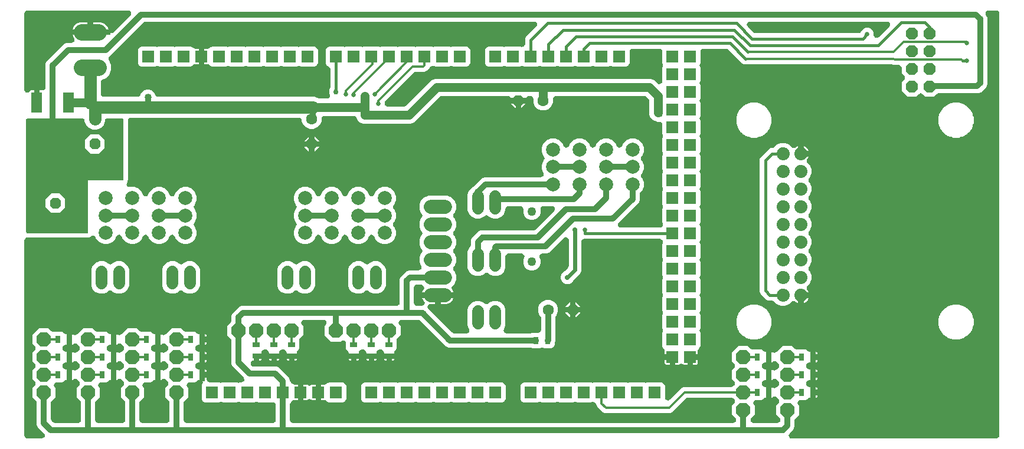
<source format=gbr>
G04 EAGLE Gerber RS-274X export*
G75*
%MOMM*%
%FSLAX34Y34*%
%LPD*%
%INBottom Copper*%
%IPPOS*%
%AMOC8*
5,1,8,0,0,1.08239X$1,22.5*%
G01*
G04 Define Apertures*
%ADD10R,1.700000X1.700000*%
%ADD11C,1.260000*%
%ADD12C,1.727200*%
%ADD13P,1.73204X8X22.5*%
%ADD14C,1.600200*%
%ADD15C,2.040000*%
%ADD16C,1.878669*%
%ADD17P,1.8695X8X292.5*%
%ADD18C,2.000000*%
%ADD19P,1.73204X8X292.5*%
%ADD20P,1.73204X8X202.5*%
%ADD21P,2.20808X8X202.5*%
%ADD22R,0.798700X0.973900*%
%ADD23P,2.20808X8X112.5*%
%ADD24R,0.973900X0.798700*%
%ADD25C,2.374900*%
%ADD26R,5.800000X6.200000*%
%ADD27R,1.600000X3.000000*%
%ADD28P,1.73204X8X112.5*%
%ADD29C,0.711200*%
%ADD30R,0.812800X0.812800*%
%ADD31C,1.016000*%
%ADD32C,0.812800*%
%ADD33C,1.270000*%
%ADD34C,1.778000*%
%ADD35C,0.152400*%
%ADD36C,0.756400*%
%ADD37C,0.406400*%
%ADD38C,0.660400*%
%ADD39C,0.304800*%
%ADD40C,0.609600*%
G36*
X32064Y459240D02*
X36576Y459240D01*
X38161Y459562D01*
X39495Y460477D01*
X40367Y461839D01*
X40640Y463304D01*
X40640Y497321D01*
X42187Y501055D01*
X67270Y526138D01*
X71004Y527685D01*
X77944Y527685D01*
X79529Y528007D01*
X80863Y528922D01*
X81735Y530284D01*
X82006Y531879D01*
X81634Y533453D01*
X80818Y534623D01*
X80680Y534760D01*
X78982Y538861D01*
X133096Y538861D01*
X133096Y542341D01*
X133663Y541978D01*
X135258Y541707D01*
X136832Y542079D01*
X138002Y542895D01*
X162109Y567002D01*
X163002Y568351D01*
X163299Y569941D01*
X162952Y571521D01*
X162016Y572840D01*
X160640Y573690D01*
X159235Y573940D01*
X14224Y573940D01*
X12639Y573618D01*
X11305Y572704D01*
X10433Y571341D01*
X10160Y569876D01*
X10160Y460013D01*
X10482Y458428D01*
X11397Y457093D01*
X12759Y456222D01*
X14354Y455951D01*
X15928Y456323D01*
X17232Y457280D01*
X17655Y457947D01*
X18561Y458853D01*
X19495Y459240D01*
X23936Y459240D01*
X23936Y437636D01*
X32064Y437636D01*
X32064Y459240D01*
G37*
%LPC*%
G36*
X108839Y546989D02*
X108839Y557340D01*
X119517Y557340D01*
X124815Y555145D01*
X128870Y551090D01*
X130568Y546989D01*
X108839Y546989D01*
G37*
G36*
X78982Y546989D02*
X80680Y551090D01*
X84735Y555145D01*
X90033Y557340D01*
X100711Y557340D01*
X100711Y546989D01*
X78982Y546989D01*
G37*
%LPD*%
G36*
X37095Y-40318D02*
X38429Y-39404D01*
X39301Y-38041D01*
X39572Y-36446D01*
X39200Y-34872D01*
X38384Y-33702D01*
X29487Y-24805D01*
X27940Y-21071D01*
X27940Y10831D01*
X27618Y12416D01*
X26750Y13704D01*
X21804Y18650D01*
X21804Y32150D01*
X24880Y35226D01*
X25774Y36575D01*
X26070Y38165D01*
X25723Y39745D01*
X24880Y40974D01*
X21804Y44050D01*
X21804Y57550D01*
X24880Y60626D01*
X25774Y61975D01*
X26070Y63565D01*
X25723Y65145D01*
X24880Y66374D01*
X21804Y69450D01*
X21804Y82950D01*
X24880Y86026D01*
X25774Y87375D01*
X26070Y88965D01*
X25723Y90545D01*
X24880Y91774D01*
X21804Y94850D01*
X21804Y108350D01*
X31350Y117896D01*
X44850Y117896D01*
X49179Y113567D01*
X50527Y112674D01*
X52117Y112377D01*
X53026Y112566D01*
X63729Y112566D01*
X65970Y111637D01*
X67407Y110200D01*
X68756Y109307D01*
X70281Y109010D01*
X70834Y109010D01*
X70834Y94191D01*
X70281Y94191D01*
X68696Y93869D01*
X67407Y93000D01*
X66181Y91774D01*
X65287Y90425D01*
X64991Y88835D01*
X65338Y87255D01*
X66181Y86026D01*
X67407Y84800D01*
X68756Y83907D01*
X70281Y83610D01*
X70834Y83610D01*
X70834Y68791D01*
X70281Y68791D01*
X68696Y68469D01*
X67407Y67600D01*
X66181Y66374D01*
X65287Y65025D01*
X64991Y63435D01*
X65338Y61855D01*
X66181Y60626D01*
X67407Y59400D01*
X68756Y58507D01*
X70281Y58210D01*
X70834Y58210D01*
X70834Y43391D01*
X70281Y43391D01*
X68696Y43069D01*
X67407Y42200D01*
X65970Y40763D01*
X63729Y39835D01*
X56523Y39835D01*
X54938Y39513D01*
X53604Y38598D01*
X52732Y37236D01*
X52461Y35641D01*
X52833Y34067D01*
X53649Y32897D01*
X54396Y32150D01*
X54396Y18650D01*
X49450Y13704D01*
X48557Y12356D01*
X48260Y10831D01*
X48260Y-13158D01*
X48582Y-14743D01*
X49450Y-16032D01*
X50643Y-17225D01*
X51992Y-18118D01*
X53517Y-18415D01*
X87376Y-18415D01*
X88961Y-18093D01*
X90295Y-17179D01*
X91167Y-15816D01*
X91440Y-14351D01*
X91440Y10831D01*
X91118Y12416D01*
X90250Y13704D01*
X85304Y18650D01*
X85304Y32150D01*
X88380Y35226D01*
X89274Y36575D01*
X89570Y38165D01*
X89223Y39745D01*
X88380Y40974D01*
X85792Y43562D01*
X84443Y44456D01*
X82853Y44752D01*
X81274Y44405D01*
X80508Y43880D01*
X79326Y43391D01*
X78821Y43391D01*
X78821Y58210D01*
X79326Y58210D01*
X80552Y57702D01*
X81393Y57144D01*
X82983Y56848D01*
X84563Y57195D01*
X85792Y58038D01*
X88380Y60626D01*
X89274Y61975D01*
X89570Y63565D01*
X89223Y65145D01*
X88380Y66374D01*
X85792Y68962D01*
X84443Y69856D01*
X82853Y70152D01*
X81274Y69805D01*
X80508Y69280D01*
X79326Y68791D01*
X78821Y68791D01*
X78821Y83610D01*
X79326Y83610D01*
X80552Y83102D01*
X81393Y82544D01*
X82983Y82248D01*
X84563Y82595D01*
X85792Y83438D01*
X88380Y86026D01*
X89274Y87375D01*
X89570Y88965D01*
X89223Y90545D01*
X88380Y91774D01*
X85792Y94362D01*
X84443Y95256D01*
X82853Y95552D01*
X81274Y95205D01*
X80508Y94680D01*
X79326Y94191D01*
X78821Y94191D01*
X78821Y109010D01*
X79326Y109010D01*
X80552Y108502D01*
X81393Y107944D01*
X82983Y107648D01*
X84563Y107995D01*
X85792Y108838D01*
X94850Y117896D01*
X108350Y117896D01*
X112679Y113567D01*
X114027Y112674D01*
X115617Y112377D01*
X116526Y112566D01*
X127229Y112566D01*
X129470Y111637D01*
X130907Y110200D01*
X132256Y109307D01*
X133781Y109010D01*
X134334Y109010D01*
X134334Y94191D01*
X133781Y94191D01*
X132196Y93869D01*
X130907Y93000D01*
X129681Y91774D01*
X128787Y90425D01*
X128491Y88835D01*
X128838Y87255D01*
X129681Y86026D01*
X130907Y84800D01*
X132256Y83907D01*
X133781Y83610D01*
X134334Y83610D01*
X134334Y68791D01*
X133781Y68791D01*
X132196Y68469D01*
X130907Y67600D01*
X129681Y66374D01*
X128787Y65025D01*
X128491Y63435D01*
X128838Y61855D01*
X129681Y60626D01*
X130907Y59400D01*
X132256Y58507D01*
X133781Y58210D01*
X134334Y58210D01*
X134334Y43391D01*
X133781Y43391D01*
X132196Y43069D01*
X130907Y42200D01*
X129470Y40763D01*
X127229Y39835D01*
X120023Y39835D01*
X118438Y39513D01*
X117104Y38598D01*
X116232Y37236D01*
X115961Y35641D01*
X116333Y34067D01*
X117149Y32897D01*
X117896Y32150D01*
X117896Y18650D01*
X112950Y13704D01*
X112057Y12356D01*
X111760Y10831D01*
X111760Y-14351D01*
X112082Y-15936D01*
X112997Y-17270D01*
X114359Y-18142D01*
X115824Y-18415D01*
X150876Y-18415D01*
X152461Y-18093D01*
X153795Y-17179D01*
X154667Y-15816D01*
X154940Y-14351D01*
X154940Y10831D01*
X154618Y12416D01*
X153750Y13704D01*
X148804Y18650D01*
X148804Y32150D01*
X151880Y35226D01*
X152774Y36575D01*
X153070Y38165D01*
X152723Y39745D01*
X151880Y40974D01*
X149292Y43562D01*
X147943Y44456D01*
X146353Y44752D01*
X144774Y44405D01*
X144008Y43880D01*
X142826Y43391D01*
X142321Y43391D01*
X142321Y58210D01*
X142826Y58210D01*
X144052Y57702D01*
X144893Y57144D01*
X146483Y56848D01*
X148063Y57195D01*
X149292Y58038D01*
X151880Y60626D01*
X152774Y61975D01*
X153070Y63565D01*
X152723Y65145D01*
X151880Y66374D01*
X149292Y68962D01*
X147943Y69856D01*
X146353Y70152D01*
X144774Y69805D01*
X144008Y69280D01*
X142826Y68791D01*
X142321Y68791D01*
X142321Y83610D01*
X142826Y83610D01*
X144052Y83102D01*
X144893Y82544D01*
X146483Y82248D01*
X148063Y82595D01*
X149292Y83438D01*
X151880Y86026D01*
X152774Y87375D01*
X153070Y88965D01*
X152723Y90545D01*
X151880Y91774D01*
X149292Y94362D01*
X147943Y95256D01*
X146353Y95552D01*
X144774Y95205D01*
X144008Y94680D01*
X142826Y94191D01*
X142321Y94191D01*
X142321Y109010D01*
X142826Y109010D01*
X144052Y108502D01*
X144893Y107944D01*
X146483Y107648D01*
X148063Y107995D01*
X149292Y108838D01*
X158350Y117896D01*
X171850Y117896D01*
X176179Y113567D01*
X177527Y112674D01*
X179117Y112377D01*
X180026Y112566D01*
X190729Y112566D01*
X192970Y111637D01*
X194407Y110200D01*
X195756Y109307D01*
X197281Y109010D01*
X197834Y109010D01*
X197834Y94191D01*
X197281Y94191D01*
X195696Y93869D01*
X194407Y93000D01*
X193181Y91774D01*
X192287Y90425D01*
X191991Y88835D01*
X192338Y87255D01*
X193181Y86026D01*
X194407Y84800D01*
X195756Y83907D01*
X197281Y83610D01*
X197834Y83610D01*
X197834Y68791D01*
X197281Y68791D01*
X195696Y68469D01*
X194407Y67600D01*
X193181Y66374D01*
X192287Y65025D01*
X191991Y63435D01*
X192338Y61855D01*
X193181Y60626D01*
X194407Y59400D01*
X195756Y58507D01*
X197281Y58210D01*
X197834Y58210D01*
X197834Y43391D01*
X197281Y43391D01*
X195696Y43069D01*
X194407Y42200D01*
X192970Y40763D01*
X190729Y39835D01*
X183523Y39835D01*
X181938Y39513D01*
X180604Y38598D01*
X179732Y37236D01*
X179461Y35641D01*
X179833Y34067D01*
X180649Y32897D01*
X181396Y32150D01*
X181396Y18650D01*
X176450Y13704D01*
X175557Y12356D01*
X175260Y10831D01*
X175260Y-14351D01*
X175582Y-15936D01*
X176497Y-17270D01*
X177859Y-18142D01*
X179324Y-18415D01*
X214376Y-18415D01*
X215961Y-18093D01*
X217295Y-17179D01*
X218167Y-15816D01*
X218440Y-14351D01*
X218440Y10831D01*
X218118Y12416D01*
X217250Y13704D01*
X212304Y18650D01*
X212304Y32150D01*
X215380Y35226D01*
X216274Y36575D01*
X216570Y38165D01*
X216223Y39745D01*
X215380Y40974D01*
X212792Y43562D01*
X211443Y44456D01*
X209853Y44752D01*
X208274Y44405D01*
X207508Y43880D01*
X206326Y43391D01*
X205821Y43391D01*
X205821Y58210D01*
X206326Y58210D01*
X207552Y57702D01*
X208393Y57144D01*
X209983Y56848D01*
X211563Y57195D01*
X212792Y58038D01*
X215380Y60626D01*
X216274Y61975D01*
X216570Y63565D01*
X216223Y65145D01*
X215380Y66374D01*
X212792Y68962D01*
X211443Y69856D01*
X209853Y70152D01*
X208274Y69805D01*
X207508Y69280D01*
X206326Y68791D01*
X205821Y68791D01*
X205821Y83610D01*
X206326Y83610D01*
X207552Y83102D01*
X208393Y82544D01*
X209983Y82248D01*
X211563Y82595D01*
X212792Y83438D01*
X215380Y86026D01*
X216274Y87375D01*
X216570Y88965D01*
X216223Y90545D01*
X215380Y91774D01*
X212792Y94362D01*
X211443Y95256D01*
X209853Y95552D01*
X208274Y95205D01*
X207508Y94680D01*
X206326Y94191D01*
X205821Y94191D01*
X205821Y109010D01*
X206326Y109010D01*
X207552Y108502D01*
X208393Y107944D01*
X209983Y107648D01*
X211563Y107995D01*
X212792Y108838D01*
X221850Y117896D01*
X235350Y117896D01*
X239679Y113567D01*
X241027Y112674D01*
X242617Y112377D01*
X243526Y112566D01*
X254229Y112566D01*
X256470Y111637D01*
X257907Y110200D01*
X259256Y109307D01*
X260781Y109010D01*
X261334Y109010D01*
X261334Y94191D01*
X260781Y94191D01*
X259196Y93869D01*
X257907Y93000D01*
X256681Y91774D01*
X255787Y90425D01*
X255491Y88835D01*
X255838Y87255D01*
X256681Y86026D01*
X257907Y84800D01*
X259256Y83907D01*
X260781Y83610D01*
X261334Y83610D01*
X261334Y68791D01*
X260781Y68791D01*
X259196Y68469D01*
X257907Y67600D01*
X256681Y66374D01*
X255787Y65025D01*
X255491Y63435D01*
X255838Y61855D01*
X256681Y60626D01*
X257907Y59400D01*
X259256Y58507D01*
X260781Y58210D01*
X261334Y58210D01*
X261334Y43391D01*
X260781Y43391D01*
X259196Y43069D01*
X257907Y42200D01*
X256470Y40763D01*
X254229Y39835D01*
X247023Y39835D01*
X245438Y39513D01*
X244104Y38598D01*
X243232Y37236D01*
X242961Y35641D01*
X243333Y34067D01*
X244149Y32897D01*
X244896Y32150D01*
X244896Y18650D01*
X239950Y13704D01*
X239057Y12356D01*
X238760Y10831D01*
X238760Y-14351D01*
X239082Y-15936D01*
X239997Y-17270D01*
X241359Y-18142D01*
X242824Y-18415D01*
X366776Y-18415D01*
X368361Y-18093D01*
X369695Y-17179D01*
X370567Y-15816D01*
X370840Y-14351D01*
X370840Y7011D01*
X370518Y8596D01*
X369604Y9930D01*
X368241Y10802D01*
X366646Y11073D01*
X365397Y10804D01*
X345887Y10804D01*
X344455Y11397D01*
X342868Y11706D01*
X341345Y11397D01*
X339913Y10804D01*
X320487Y10804D01*
X319055Y11397D01*
X317468Y11706D01*
X315945Y11397D01*
X314513Y10804D01*
X295087Y10804D01*
X293655Y11397D01*
X292068Y11706D01*
X290545Y11397D01*
X289113Y10804D01*
X269687Y10804D01*
X267447Y11732D01*
X265732Y13447D01*
X264804Y15687D01*
X264804Y35113D01*
X265905Y37771D01*
X266215Y39359D01*
X265880Y40941D01*
X265565Y41394D01*
X269321Y41394D01*
X269321Y46807D01*
X271861Y46807D01*
X271861Y45211D01*
X271630Y44028D01*
X271965Y42445D01*
X272890Y41118D01*
X274259Y40258D01*
X275694Y39996D01*
X289113Y39996D01*
X290545Y39403D01*
X292132Y39094D01*
X293655Y39403D01*
X295087Y39996D01*
X314513Y39996D01*
X315945Y39403D01*
X317532Y39094D01*
X319055Y39403D01*
X320487Y39996D01*
X321587Y39996D01*
X323172Y40318D01*
X324506Y41233D01*
X325377Y42595D01*
X325649Y44190D01*
X325276Y45764D01*
X324460Y46934D01*
X308887Y62507D01*
X307340Y66242D01*
X307340Y99731D01*
X307018Y101316D01*
X306150Y102604D01*
X301204Y107550D01*
X301204Y121050D01*
X306150Y125996D01*
X307043Y127344D01*
X307340Y128869D01*
X307340Y135371D01*
X308887Y139105D01*
X318095Y148313D01*
X321829Y149860D01*
X544576Y149860D01*
X546161Y150182D01*
X547495Y151097D01*
X548367Y152459D01*
X548640Y153924D01*
X548640Y187758D01*
X550187Y191493D01*
X557807Y199113D01*
X561542Y200660D01*
X575642Y200660D01*
X577227Y200982D01*
X578561Y201897D01*
X579433Y203259D01*
X579704Y204854D01*
X579396Y206279D01*
X576754Y212659D01*
X576754Y219141D01*
X579235Y225131D01*
X579830Y225726D01*
X580724Y227075D01*
X581020Y228665D01*
X580673Y230245D01*
X579830Y231474D01*
X579235Y232069D01*
X576754Y238059D01*
X576754Y244541D01*
X579235Y250531D01*
X579830Y251126D01*
X580724Y252475D01*
X581020Y254065D01*
X580673Y255645D01*
X579830Y256874D01*
X579235Y257469D01*
X576754Y263459D01*
X576754Y269941D01*
X579235Y275931D01*
X579830Y276526D01*
X580724Y277875D01*
X581020Y279465D01*
X580673Y281045D01*
X579830Y282274D01*
X579235Y282869D01*
X576754Y288859D01*
X576754Y295341D01*
X579235Y301331D01*
X583819Y305915D01*
X589809Y308396D01*
X616691Y308396D01*
X622681Y305915D01*
X627265Y301331D01*
X629746Y295341D01*
X629746Y288859D01*
X627265Y282869D01*
X626670Y282274D01*
X625776Y280925D01*
X625480Y279335D01*
X625827Y277755D01*
X626670Y276526D01*
X627265Y275931D01*
X629746Y269941D01*
X629746Y263459D01*
X627265Y257469D01*
X626670Y256874D01*
X625776Y255525D01*
X625480Y253935D01*
X625827Y252355D01*
X626670Y251126D01*
X627265Y250531D01*
X629746Y244541D01*
X629746Y238059D01*
X627265Y232069D01*
X626670Y231474D01*
X625776Y230125D01*
X625480Y228535D01*
X625827Y226955D01*
X626670Y225726D01*
X627265Y225131D01*
X629746Y219141D01*
X629746Y212659D01*
X627265Y206669D01*
X626670Y206074D01*
X625776Y204725D01*
X625480Y203135D01*
X625827Y201555D01*
X626670Y200326D01*
X627265Y199731D01*
X629746Y193741D01*
X629746Y187259D01*
X627265Y181269D01*
X624155Y178159D01*
X623262Y176811D01*
X622965Y175221D01*
X623313Y173641D01*
X624155Y172412D01*
X624250Y172317D01*
X625556Y169164D01*
X580944Y169164D01*
X582250Y172317D01*
X582345Y172412D01*
X583238Y173760D01*
X583535Y175350D01*
X583187Y176930D01*
X582345Y178159D01*
X581354Y179150D01*
X580006Y180043D01*
X578481Y180340D01*
X573024Y180340D01*
X571439Y180018D01*
X570105Y179104D01*
X569233Y177741D01*
X568960Y176276D01*
X568960Y153924D01*
X569282Y152339D01*
X570197Y151005D01*
X571559Y150133D01*
X573024Y149860D01*
X580462Y149860D01*
X582047Y150182D01*
X583381Y151097D01*
X584252Y152459D01*
X584524Y154054D01*
X584151Y155628D01*
X583335Y156798D01*
X582250Y157883D01*
X580944Y161036D01*
X599186Y161036D01*
X599186Y152360D01*
X592545Y152360D01*
X590960Y152038D01*
X589626Y151124D01*
X588754Y149761D01*
X588483Y148166D01*
X588855Y146592D01*
X589671Y145422D01*
X623731Y111363D01*
X625079Y110470D01*
X626604Y110173D01*
X644595Y110173D01*
X646180Y110494D01*
X647514Y111409D01*
X648386Y112772D01*
X648657Y114366D01*
X648350Y115792D01*
X645868Y121784D01*
X645868Y144916D01*
X648111Y150331D01*
X652255Y154475D01*
X657670Y156718D01*
X663530Y156718D01*
X668945Y154475D01*
X670226Y153194D01*
X671575Y152301D01*
X673165Y152004D01*
X674745Y152351D01*
X675974Y153194D01*
X677255Y154475D01*
X682670Y156718D01*
X688530Y156718D01*
X693945Y154475D01*
X698089Y150331D01*
X700332Y144916D01*
X700332Y121784D01*
X697850Y115792D01*
X697541Y114204D01*
X697875Y112622D01*
X698801Y111295D01*
X700170Y110434D01*
X701605Y110173D01*
X736364Y110173D01*
X737919Y110482D01*
X739117Y110978D01*
X747101Y110978D01*
X748686Y111300D01*
X750020Y112215D01*
X750892Y113577D01*
X751165Y115042D01*
X751165Y132646D01*
X750843Y134231D01*
X749975Y135519D01*
X749374Y136120D01*
X747228Y141301D01*
X747228Y146909D01*
X749374Y152091D01*
X753340Y156056D01*
X758521Y158202D01*
X764129Y158202D01*
X769311Y156056D01*
X773276Y152091D01*
X775422Y146909D01*
X775422Y141301D01*
X773276Y136120D01*
X772676Y135519D01*
X771782Y134171D01*
X771485Y132646D01*
X771485Y98690D01*
X771026Y97581D01*
X770717Y96025D01*
X770717Y93930D01*
X769788Y91690D01*
X768074Y89975D01*
X765833Y89047D01*
X755421Y89047D01*
X754030Y89623D01*
X752443Y89932D01*
X750920Y89623D01*
X749529Y89047D01*
X739117Y89047D01*
X737919Y89543D01*
X736364Y89853D01*
X618692Y89853D01*
X614957Y91399D01*
X578007Y128350D01*
X576658Y129243D01*
X575133Y129540D01*
X551017Y129540D01*
X549432Y129218D01*
X548098Y128304D01*
X547227Y126941D01*
X546955Y125346D01*
X547328Y123772D01*
X548144Y122602D01*
X549696Y121050D01*
X549696Y107550D01*
X545367Y103221D01*
X544474Y101873D01*
X544177Y100283D01*
X544366Y99374D01*
X544366Y88671D01*
X543437Y86430D01*
X542000Y84993D01*
X541107Y83644D01*
X540810Y82119D01*
X540810Y81567D01*
X525991Y81567D01*
X525991Y82119D01*
X525669Y83704D01*
X524800Y84993D01*
X523574Y86219D01*
X522225Y87113D01*
X520635Y87409D01*
X519055Y87062D01*
X517826Y86219D01*
X516600Y84993D01*
X515707Y83644D01*
X515410Y82119D01*
X515410Y81567D01*
X500591Y81567D01*
X500591Y82119D01*
X500269Y83704D01*
X499400Y84993D01*
X498174Y86219D01*
X496825Y87113D01*
X495235Y87409D01*
X493655Y87062D01*
X492426Y86219D01*
X491200Y84993D01*
X490307Y83644D01*
X490010Y82119D01*
X490010Y81567D01*
X475191Y81567D01*
X475191Y82119D01*
X474869Y83704D01*
X474000Y84993D01*
X472563Y86430D01*
X471635Y88671D01*
X471635Y95877D01*
X471313Y97462D01*
X470398Y98796D01*
X469036Y99668D01*
X467441Y99939D01*
X465867Y99567D01*
X464697Y98751D01*
X463950Y98004D01*
X450450Y98004D01*
X440904Y107550D01*
X440904Y121050D01*
X442456Y122602D01*
X443350Y123951D01*
X443646Y125541D01*
X443299Y127121D01*
X442363Y128440D01*
X440987Y129290D01*
X439583Y129540D01*
X411317Y129540D01*
X409732Y129218D01*
X408398Y128304D01*
X407527Y126941D01*
X407255Y125346D01*
X407628Y123772D01*
X408444Y122602D01*
X409996Y121050D01*
X409996Y107550D01*
X405667Y103221D01*
X404774Y101873D01*
X404477Y100283D01*
X404666Y99374D01*
X404666Y88671D01*
X403737Y86430D01*
X402300Y84993D01*
X401407Y83644D01*
X401110Y82119D01*
X401110Y81567D01*
X386291Y81567D01*
X386291Y82119D01*
X385969Y83704D01*
X385100Y84993D01*
X383874Y86219D01*
X382525Y87113D01*
X380935Y87409D01*
X379355Y87062D01*
X378126Y86219D01*
X376900Y84993D01*
X376007Y83644D01*
X375710Y82119D01*
X375710Y81567D01*
X360891Y81567D01*
X360891Y82119D01*
X360569Y83704D01*
X359700Y84993D01*
X358474Y86219D01*
X357125Y87113D01*
X355535Y87409D01*
X353955Y87062D01*
X352726Y86219D01*
X351500Y84993D01*
X350607Y83644D01*
X350310Y82119D01*
X350310Y81567D01*
X338907Y81567D01*
X338907Y71040D01*
X338903Y71040D01*
X337318Y70718D01*
X335984Y69803D01*
X335112Y68441D01*
X334841Y66846D01*
X335213Y65272D01*
X336029Y64102D01*
X336393Y63738D01*
X337742Y62845D01*
X339267Y62548D01*
X371908Y62548D01*
X375643Y61001D01*
X389613Y47030D01*
X391160Y43296D01*
X391160Y42526D01*
X391482Y40941D01*
X392397Y39607D01*
X392448Y39574D01*
X394391Y37630D01*
X395739Y36737D01*
X397264Y36440D01*
X402336Y36440D01*
X402336Y14360D01*
X397264Y14360D01*
X395679Y14038D01*
X394391Y13170D01*
X392384Y11163D01*
X392328Y11126D01*
X391446Y9770D01*
X391160Y8274D01*
X391160Y-14351D01*
X391482Y-15936D01*
X392397Y-17270D01*
X393759Y-18142D01*
X395224Y-18415D01*
X1026958Y-18415D01*
X1028543Y-18093D01*
X1029877Y-17179D01*
X1030748Y-15816D01*
X1031020Y-14221D01*
X1030647Y-12647D01*
X1029831Y-11477D01*
X1025104Y-6750D01*
X1025104Y6750D01*
X1028180Y9826D01*
X1029074Y11175D01*
X1029370Y12765D01*
X1029023Y14345D01*
X1028180Y15574D01*
X1027164Y16590D01*
X1025816Y17483D01*
X1024291Y17780D01*
X962102Y17780D01*
X960517Y17458D01*
X959229Y16590D01*
X939354Y-3285D01*
X936553Y-4445D01*
X843034Y-4445D01*
X840234Y-3285D01*
X831740Y5209D01*
X830271Y8756D01*
X830269Y8755D01*
X830258Y8807D01*
X829344Y10141D01*
X828071Y10976D01*
X827055Y11397D01*
X825468Y11706D01*
X823945Y11397D01*
X822513Y10804D01*
X803087Y10804D01*
X801655Y11397D01*
X800068Y11706D01*
X798545Y11397D01*
X797113Y10804D01*
X777687Y10804D01*
X776255Y11397D01*
X774668Y11706D01*
X773145Y11397D01*
X771713Y10804D01*
X752287Y10804D01*
X750855Y11397D01*
X749268Y11706D01*
X747745Y11397D01*
X746313Y10804D01*
X726887Y10804D01*
X724647Y11732D01*
X722932Y13447D01*
X722004Y15687D01*
X722004Y35113D01*
X722932Y37353D01*
X724647Y39068D01*
X726887Y39996D01*
X746313Y39996D01*
X747745Y39403D01*
X749332Y39094D01*
X750855Y39403D01*
X752287Y39996D01*
X771713Y39996D01*
X773145Y39403D01*
X774732Y39094D01*
X776255Y39403D01*
X777687Y39996D01*
X797113Y39996D01*
X798545Y39403D01*
X800132Y39094D01*
X801655Y39403D01*
X803087Y39996D01*
X822513Y39996D01*
X823945Y39403D01*
X825532Y39094D01*
X827055Y39403D01*
X828487Y39996D01*
X847913Y39996D01*
X849345Y39403D01*
X850932Y39094D01*
X852455Y39403D01*
X853887Y39996D01*
X873313Y39996D01*
X874745Y39403D01*
X876332Y39094D01*
X877855Y39403D01*
X879287Y39996D01*
X898713Y39996D01*
X900145Y39403D01*
X901732Y39094D01*
X903255Y39403D01*
X904687Y39996D01*
X924113Y39996D01*
X926353Y39068D01*
X928068Y37353D01*
X928996Y35113D01*
X928996Y17721D01*
X929318Y16136D01*
X930233Y14802D01*
X931595Y13930D01*
X933190Y13659D01*
X934764Y14032D01*
X935934Y14848D01*
X952946Y31860D01*
X955747Y33020D01*
X1024291Y33020D01*
X1025876Y33342D01*
X1027164Y34210D01*
X1028180Y35226D01*
X1029074Y36575D01*
X1029370Y38165D01*
X1029023Y39745D01*
X1028180Y40974D01*
X1025104Y44050D01*
X1025104Y57550D01*
X1028180Y60626D01*
X1029074Y61975D01*
X1029370Y63565D01*
X1029023Y65145D01*
X1028180Y66374D01*
X1025104Y69450D01*
X1025104Y82950D01*
X1034650Y92496D01*
X1048150Y92496D01*
X1052479Y88167D01*
X1053827Y87274D01*
X1055417Y86977D01*
X1056326Y87166D01*
X1067029Y87166D01*
X1069270Y86237D01*
X1070707Y84800D01*
X1072056Y83907D01*
X1073581Y83610D01*
X1074134Y83610D01*
X1074134Y68791D01*
X1073581Y68791D01*
X1071996Y68469D01*
X1070707Y67600D01*
X1069481Y66374D01*
X1068587Y65025D01*
X1068291Y63435D01*
X1068638Y61855D01*
X1069481Y60626D01*
X1070707Y59400D01*
X1072056Y58507D01*
X1073581Y58210D01*
X1074134Y58210D01*
X1074134Y43391D01*
X1073581Y43391D01*
X1071996Y43069D01*
X1070707Y42200D01*
X1069481Y40974D01*
X1068587Y39625D01*
X1068291Y38035D01*
X1068638Y36455D01*
X1069481Y35226D01*
X1070707Y34000D01*
X1072056Y33107D01*
X1073581Y32810D01*
X1074134Y32810D01*
X1074134Y17991D01*
X1073581Y17991D01*
X1071996Y17669D01*
X1070707Y16800D01*
X1069270Y15363D01*
X1067029Y14435D01*
X1059823Y14435D01*
X1058238Y14113D01*
X1056904Y13198D01*
X1056032Y11836D01*
X1055761Y10241D01*
X1056133Y8667D01*
X1056949Y7497D01*
X1057696Y6750D01*
X1057696Y-6750D01*
X1052969Y-11477D01*
X1052075Y-12826D01*
X1051779Y-14416D01*
X1052126Y-15996D01*
X1053062Y-17315D01*
X1054438Y-18165D01*
X1055842Y-18415D01*
X1090458Y-18415D01*
X1092043Y-18093D01*
X1093377Y-17179D01*
X1094248Y-15816D01*
X1094520Y-14221D01*
X1094147Y-12647D01*
X1093331Y-11477D01*
X1088604Y-6750D01*
X1088604Y6750D01*
X1091680Y9826D01*
X1092574Y11175D01*
X1092870Y12765D01*
X1092523Y14345D01*
X1091680Y15574D01*
X1089092Y18162D01*
X1087743Y19056D01*
X1086153Y19352D01*
X1084574Y19005D01*
X1083808Y18480D01*
X1082626Y17991D01*
X1082121Y17991D01*
X1082121Y32810D01*
X1082626Y32810D01*
X1083852Y32302D01*
X1084693Y31744D01*
X1086283Y31448D01*
X1087863Y31795D01*
X1089092Y32638D01*
X1091680Y35226D01*
X1092574Y36575D01*
X1092870Y38165D01*
X1092523Y39745D01*
X1091680Y40974D01*
X1089092Y43562D01*
X1087743Y44456D01*
X1086153Y44752D01*
X1084574Y44405D01*
X1083808Y43880D01*
X1082626Y43391D01*
X1082121Y43391D01*
X1082121Y58210D01*
X1082626Y58210D01*
X1083852Y57702D01*
X1084693Y57144D01*
X1086283Y56848D01*
X1087863Y57195D01*
X1089092Y58038D01*
X1091680Y60626D01*
X1092574Y61975D01*
X1092870Y63565D01*
X1092523Y65145D01*
X1091680Y66374D01*
X1089092Y68962D01*
X1087743Y69856D01*
X1086153Y70152D01*
X1084574Y69805D01*
X1083808Y69280D01*
X1082626Y68791D01*
X1082121Y68791D01*
X1082121Y83610D01*
X1082626Y83610D01*
X1083852Y83102D01*
X1084693Y82544D01*
X1086283Y82248D01*
X1087863Y82595D01*
X1089092Y83438D01*
X1098150Y92496D01*
X1111650Y92496D01*
X1115979Y88167D01*
X1117327Y87274D01*
X1118917Y86977D01*
X1119826Y87166D01*
X1130529Y87166D01*
X1132770Y86237D01*
X1134207Y84800D01*
X1135556Y83907D01*
X1137081Y83610D01*
X1137634Y83610D01*
X1137634Y68791D01*
X1137081Y68791D01*
X1135496Y68469D01*
X1134207Y67600D01*
X1132981Y66374D01*
X1132087Y65025D01*
X1131791Y63435D01*
X1132138Y61855D01*
X1132981Y60626D01*
X1134207Y59400D01*
X1135556Y58507D01*
X1137081Y58210D01*
X1137634Y58210D01*
X1137634Y43391D01*
X1137081Y43391D01*
X1135496Y43069D01*
X1134207Y42200D01*
X1132981Y40974D01*
X1132087Y39625D01*
X1131791Y38035D01*
X1132138Y36455D01*
X1132981Y35226D01*
X1134207Y34000D01*
X1135556Y33107D01*
X1137081Y32810D01*
X1137634Y32810D01*
X1137634Y17991D01*
X1137081Y17991D01*
X1135496Y17669D01*
X1134207Y16800D01*
X1132770Y15363D01*
X1130529Y14435D01*
X1123323Y14435D01*
X1121738Y14113D01*
X1120404Y13198D01*
X1119532Y11836D01*
X1119261Y10241D01*
X1119633Y8667D01*
X1120449Y7497D01*
X1121196Y6750D01*
X1121196Y-6750D01*
X1116250Y-11696D01*
X1115357Y-13044D01*
X1115060Y-14569D01*
X1115060Y-24246D01*
X1113513Y-27980D01*
X1107791Y-33702D01*
X1106898Y-35051D01*
X1106601Y-36641D01*
X1106948Y-38221D01*
X1107884Y-39540D01*
X1109260Y-40390D01*
X1110665Y-40640D01*
X1404876Y-40640D01*
X1406461Y-40318D01*
X1407795Y-39404D01*
X1408667Y-38041D01*
X1408940Y-36576D01*
X1408940Y569876D01*
X1408618Y571461D01*
X1407704Y572795D01*
X1406341Y573667D01*
X1404876Y573940D01*
X1393248Y573940D01*
X1391663Y573618D01*
X1390329Y572704D01*
X1389458Y571341D01*
X1389186Y569746D01*
X1389494Y568321D01*
X1391285Y563996D01*
X1391285Y467879D01*
X1389738Y464145D01*
X1382118Y456524D01*
X1378383Y454978D01*
X1321410Y454978D01*
X1319825Y454656D01*
X1318536Y453787D01*
X1314837Y450088D01*
X1302633Y450088D01*
X1298909Y453812D01*
X1297560Y454705D01*
X1295970Y455002D01*
X1294390Y454655D01*
X1293161Y453812D01*
X1289437Y450088D01*
X1277233Y450088D01*
X1268603Y458718D01*
X1268603Y470922D01*
X1272327Y474646D01*
X1273220Y475995D01*
X1273517Y477585D01*
X1273170Y479165D01*
X1272327Y480394D01*
X1268603Y484118D01*
X1268603Y491554D01*
X1268281Y493139D01*
X1267367Y494473D01*
X1266004Y495344D01*
X1264539Y495618D01*
X1257372Y495618D01*
X1254286Y496896D01*
X1252731Y497205D01*
X1048227Y497205D01*
X1046671Y496896D01*
X1046192Y496697D01*
X1042958Y496697D01*
X1039971Y497934D01*
X1020174Y517732D01*
X1018825Y518625D01*
X1017300Y518922D01*
X983860Y518922D01*
X982275Y518600D01*
X980941Y517686D01*
X980069Y516323D01*
X979796Y514858D01*
X979796Y498287D01*
X979203Y496855D01*
X978894Y495268D01*
X979203Y493745D01*
X979796Y492313D01*
X979796Y472887D01*
X979203Y471455D01*
X978894Y469868D01*
X979203Y468345D01*
X979796Y466913D01*
X979796Y447487D01*
X979203Y446055D01*
X978894Y444468D01*
X979203Y442945D01*
X979796Y441513D01*
X979796Y422087D01*
X979203Y420655D01*
X978894Y419068D01*
X979203Y417545D01*
X979796Y416113D01*
X979796Y396687D01*
X979203Y395255D01*
X978894Y393668D01*
X979203Y392145D01*
X979796Y390713D01*
X979796Y371287D01*
X979203Y369855D01*
X978894Y368268D01*
X979203Y366745D01*
X979796Y365313D01*
X979796Y345887D01*
X979203Y344455D01*
X978894Y342868D01*
X979203Y341345D01*
X979796Y339913D01*
X979796Y320487D01*
X979203Y319055D01*
X978894Y317468D01*
X979203Y315945D01*
X979796Y314513D01*
X979796Y295087D01*
X979203Y293655D01*
X978894Y292068D01*
X979203Y290545D01*
X979796Y289113D01*
X979796Y269687D01*
X979203Y268255D01*
X978894Y266668D01*
X979203Y265145D01*
X979796Y263713D01*
X979796Y244287D01*
X979203Y242855D01*
X978894Y241268D01*
X979203Y239745D01*
X979796Y238313D01*
X979796Y218887D01*
X979203Y217455D01*
X978894Y215868D01*
X979203Y214345D01*
X979796Y212913D01*
X979796Y193487D01*
X979203Y192055D01*
X978894Y190468D01*
X979203Y188945D01*
X979796Y187513D01*
X979796Y168087D01*
X979203Y166655D01*
X978894Y165068D01*
X979203Y163545D01*
X979796Y162113D01*
X979796Y142687D01*
X979203Y141255D01*
X978894Y139668D01*
X979203Y138145D01*
X979796Y136713D01*
X979796Y117287D01*
X979203Y115855D01*
X978894Y114268D01*
X979203Y112745D01*
X979796Y111313D01*
X979796Y91887D01*
X978868Y89647D01*
X977430Y88209D01*
X976537Y86861D01*
X976240Y85336D01*
X976240Y80264D01*
X961136Y80264D01*
X961136Y65160D01*
X956195Y65160D01*
X955108Y65610D01*
X954025Y66327D01*
X952435Y66624D01*
X950855Y66277D01*
X949869Y65601D01*
X948805Y65160D01*
X943864Y65160D01*
X943864Y80264D01*
X928760Y80264D01*
X928760Y85336D01*
X928438Y86921D01*
X927570Y88209D01*
X926132Y89647D01*
X925204Y91887D01*
X925204Y111313D01*
X925797Y112745D01*
X926106Y114332D01*
X925797Y115855D01*
X925204Y117287D01*
X925204Y136713D01*
X925797Y138145D01*
X926106Y139732D01*
X925797Y141255D01*
X925204Y142687D01*
X925204Y162113D01*
X925797Y163545D01*
X926106Y165132D01*
X925797Y166655D01*
X925204Y168087D01*
X925204Y187513D01*
X925797Y188945D01*
X926106Y190532D01*
X925797Y192055D01*
X925204Y193487D01*
X925204Y212913D01*
X925797Y214345D01*
X926106Y215932D01*
X925797Y217455D01*
X925204Y218887D01*
X925204Y238313D01*
X925797Y239745D01*
X926106Y241332D01*
X925797Y242855D01*
X925587Y243363D01*
X924683Y244704D01*
X923327Y245587D01*
X921832Y245872D01*
X813308Y245872D01*
X811723Y245550D01*
X810389Y244636D01*
X809517Y243273D01*
X809244Y241808D01*
X809244Y199794D01*
X807852Y196433D01*
X798250Y186831D01*
X797369Y185512D01*
X797170Y185033D01*
X794455Y182317D01*
X790907Y180848D01*
X787068Y180848D01*
X783520Y182317D01*
X780805Y185033D01*
X779336Y188580D01*
X779336Y192420D01*
X780805Y195967D01*
X783520Y198683D01*
X784000Y198881D01*
X785318Y199762D01*
X789766Y204210D01*
X790659Y205558D01*
X790956Y207083D01*
X790956Y244489D01*
X790634Y246074D01*
X789720Y247408D01*
X788357Y248279D01*
X786762Y248551D01*
X785188Y248178D01*
X784018Y247362D01*
X762993Y226337D01*
X759258Y224790D01*
X752819Y224790D01*
X751234Y224468D01*
X749900Y223554D01*
X749028Y222191D01*
X748757Y220596D01*
X749064Y219171D01*
X750584Y215503D01*
X750584Y210572D01*
X748696Y206016D01*
X745209Y202529D01*
X740653Y200642D01*
X735722Y200642D01*
X731166Y202529D01*
X727679Y206016D01*
X725792Y210572D01*
X725792Y215503D01*
X727311Y219171D01*
X727620Y220758D01*
X727285Y222341D01*
X726360Y223668D01*
X724991Y224528D01*
X723556Y224790D01*
X704396Y224790D01*
X702811Y224468D01*
X701477Y223554D01*
X700605Y222191D01*
X700332Y220726D01*
X700332Y204334D01*
X698089Y198919D01*
X693945Y194775D01*
X688530Y192532D01*
X682670Y192532D01*
X677255Y194775D01*
X675974Y196056D01*
X674625Y196949D01*
X673035Y197246D01*
X671455Y196899D01*
X670226Y196056D01*
X668945Y194775D01*
X663530Y192532D01*
X657670Y192532D01*
X652255Y194775D01*
X648111Y198919D01*
X645868Y204334D01*
X645868Y227466D01*
X648111Y232881D01*
X649250Y234020D01*
X650143Y235368D01*
X650440Y236894D01*
X650440Y243521D01*
X651987Y247255D01*
X660995Y256263D01*
X664729Y257810D01*
X740233Y257810D01*
X741818Y258132D01*
X743107Y259000D01*
X770221Y286115D01*
X771115Y287463D01*
X771411Y289053D01*
X771064Y290633D01*
X770128Y291952D01*
X768752Y292802D01*
X767348Y293053D01*
X754533Y293053D01*
X752948Y292731D01*
X751614Y291816D01*
X750742Y290454D01*
X750471Y288859D01*
X750584Y288336D01*
X750584Y282972D01*
X748696Y278416D01*
X745209Y274929D01*
X740653Y273042D01*
X735722Y273042D01*
X731166Y274929D01*
X727679Y278416D01*
X725792Y282972D01*
X725792Y288433D01*
X725906Y289021D01*
X725572Y290604D01*
X724646Y291930D01*
X723277Y292791D01*
X721842Y293053D01*
X704396Y293053D01*
X702811Y292731D01*
X701477Y291816D01*
X700605Y290454D01*
X700332Y288989D01*
X700332Y286884D01*
X698089Y281469D01*
X693945Y277325D01*
X688530Y275082D01*
X682670Y275082D01*
X677255Y277325D01*
X675974Y278606D01*
X674625Y279499D01*
X673035Y279796D01*
X671455Y279449D01*
X670226Y278606D01*
X668945Y277325D01*
X663530Y275082D01*
X657670Y275082D01*
X652255Y277325D01*
X648111Y281469D01*
X645868Y286884D01*
X645868Y310016D01*
X648111Y315431D01*
X652255Y319575D01*
X652557Y319700D01*
X653875Y320581D01*
X666157Y332863D01*
X669892Y334410D01*
X750993Y334410D01*
X752578Y334732D01*
X753912Y335647D01*
X754783Y337009D01*
X755055Y338604D01*
X754747Y340029D01*
X752254Y346048D01*
X752254Y352452D01*
X754704Y358368D01*
X755213Y358876D01*
X756106Y360225D01*
X756403Y361815D01*
X756056Y363395D01*
X755213Y364624D01*
X754704Y365132D01*
X752254Y371048D01*
X752254Y377452D01*
X754704Y383368D01*
X759232Y387896D01*
X765148Y390346D01*
X771552Y390346D01*
X777468Y387896D01*
X781996Y383368D01*
X783645Y379385D01*
X784549Y378043D01*
X785905Y377161D01*
X787497Y376877D01*
X789074Y377237D01*
X790386Y378183D01*
X791155Y379385D01*
X792804Y383368D01*
X797332Y387896D01*
X803248Y390346D01*
X809652Y390346D01*
X815568Y387896D01*
X820096Y383368D01*
X821745Y379385D01*
X822649Y378043D01*
X824005Y377161D01*
X825597Y376877D01*
X827174Y377237D01*
X828486Y378183D01*
X829255Y379385D01*
X830904Y383368D01*
X835432Y387896D01*
X841348Y390346D01*
X847752Y390346D01*
X853668Y387896D01*
X858196Y383368D01*
X859845Y379385D01*
X860749Y378043D01*
X862105Y377161D01*
X863697Y376877D01*
X865274Y377237D01*
X866586Y378183D01*
X867355Y379385D01*
X869004Y383368D01*
X873532Y387896D01*
X879448Y390346D01*
X885852Y390346D01*
X891768Y387896D01*
X896296Y383368D01*
X898746Y377452D01*
X898746Y371048D01*
X896296Y365132D01*
X895787Y364624D01*
X894894Y363275D01*
X894597Y361685D01*
X894944Y360105D01*
X895787Y358876D01*
X896296Y358368D01*
X898746Y352452D01*
X898746Y346048D01*
X896296Y340132D01*
X895787Y339624D01*
X894894Y338275D01*
X894597Y336685D01*
X894944Y335105D01*
X895787Y333876D01*
X896296Y333368D01*
X898746Y327452D01*
X898746Y321048D01*
X896296Y315132D01*
X894000Y312837D01*
X893107Y311489D01*
X892810Y309963D01*
X892810Y301192D01*
X891263Y297457D01*
X862872Y269066D01*
X861978Y267717D01*
X861682Y266127D01*
X862029Y264547D01*
X862965Y263228D01*
X864341Y262378D01*
X865745Y262128D01*
X921832Y262128D01*
X923417Y262450D01*
X924751Y263365D01*
X925587Y264637D01*
X925797Y265145D01*
X926106Y266733D01*
X925797Y268255D01*
X925204Y269687D01*
X925204Y289113D01*
X925797Y290545D01*
X926106Y292132D01*
X925797Y293655D01*
X925204Y295087D01*
X925204Y314513D01*
X925797Y315945D01*
X926106Y317532D01*
X925797Y319055D01*
X925204Y320487D01*
X925204Y339913D01*
X925797Y341345D01*
X926106Y342932D01*
X925797Y344455D01*
X925204Y345887D01*
X925204Y365313D01*
X925797Y366745D01*
X926106Y368332D01*
X925797Y369855D01*
X925204Y371287D01*
X925204Y390713D01*
X925797Y392145D01*
X926106Y393732D01*
X925797Y395255D01*
X925204Y396687D01*
X925204Y410210D01*
X924882Y411795D01*
X923968Y413129D01*
X922605Y414001D01*
X921140Y414274D01*
X918527Y414274D01*
X918507Y414282D01*
X916952Y414592D01*
X916687Y414592D01*
X912112Y416486D01*
X908611Y419987D01*
X906717Y424562D01*
X906717Y444011D01*
X906395Y445596D01*
X905526Y446885D01*
X902498Y449914D01*
X901149Y450807D01*
X899624Y451104D01*
X772541Y451104D01*
X770956Y450782D01*
X769622Y449868D01*
X768750Y448505D01*
X768477Y447040D01*
X768477Y441696D01*
X766331Y436515D01*
X762365Y432549D01*
X757184Y430403D01*
X751576Y430403D01*
X746395Y432549D01*
X742429Y436515D01*
X740283Y441696D01*
X740283Y447040D01*
X739961Y448625D01*
X739047Y449959D01*
X737684Y450831D01*
X736219Y451104D01*
X733425Y451104D01*
X731840Y450782D01*
X730506Y449868D01*
X729672Y448564D01*
X707970Y448564D01*
X707957Y448625D01*
X707043Y449959D01*
X705680Y450831D01*
X704215Y451104D01*
X608501Y451104D01*
X606916Y450782D01*
X605627Y449914D01*
X569025Y413311D01*
X564451Y411417D01*
X495999Y411417D01*
X491425Y413311D01*
X487924Y416812D01*
X486595Y420020D01*
X485691Y421362D01*
X484336Y422244D01*
X482840Y422529D01*
X440436Y422529D01*
X438851Y422207D01*
X437517Y421293D01*
X436645Y419930D01*
X436372Y418465D01*
X436372Y415026D01*
X434226Y409845D01*
X430260Y405879D01*
X425079Y403733D01*
X419471Y403733D01*
X414290Y405879D01*
X410324Y409845D01*
X408178Y415026D01*
X408178Y415925D01*
X407856Y417510D01*
X406942Y418844D01*
X405579Y419716D01*
X404114Y419989D01*
X162560Y419989D01*
X160975Y419667D01*
X159641Y418753D01*
X158769Y417390D01*
X158496Y415925D01*
X158496Y330263D01*
X158483Y329849D01*
X158423Y329284D01*
X158318Y328754D01*
X158166Y328235D01*
X157970Y327732D01*
X157729Y327248D01*
X157352Y326634D01*
X157381Y326616D01*
X156801Y325378D01*
X156739Y323762D01*
X157313Y322250D01*
X158432Y321081D01*
X159917Y320441D01*
X161090Y320551D01*
X161090Y320496D01*
X168302Y320496D01*
X174218Y318046D01*
X178746Y313518D01*
X180395Y309535D01*
X181299Y308193D01*
X182655Y307311D01*
X184247Y307027D01*
X185824Y307387D01*
X187136Y308333D01*
X187905Y309535D01*
X189554Y313518D01*
X194082Y318046D01*
X199998Y320496D01*
X206402Y320496D01*
X212318Y318046D01*
X216846Y313518D01*
X218495Y309535D01*
X219399Y308193D01*
X220755Y307311D01*
X222347Y307027D01*
X223924Y307387D01*
X225236Y308333D01*
X226005Y309535D01*
X227654Y313518D01*
X232182Y318046D01*
X238098Y320496D01*
X244502Y320496D01*
X250418Y318046D01*
X254946Y313518D01*
X257396Y307602D01*
X257396Y301198D01*
X254946Y295282D01*
X254437Y294774D01*
X253544Y293425D01*
X253247Y291835D01*
X253594Y290255D01*
X254437Y289026D01*
X254946Y288518D01*
X257396Y282602D01*
X257396Y276198D01*
X254946Y270282D01*
X254437Y269774D01*
X253544Y268425D01*
X253247Y266835D01*
X253594Y265255D01*
X254437Y264026D01*
X254946Y263518D01*
X257396Y257602D01*
X257396Y251198D01*
X254946Y245282D01*
X250418Y240754D01*
X244502Y238304D01*
X238098Y238304D01*
X232182Y240754D01*
X227654Y245282D01*
X226005Y249265D01*
X225101Y250607D01*
X223745Y251489D01*
X222153Y251773D01*
X220576Y251413D01*
X219264Y250467D01*
X218495Y249265D01*
X216846Y245282D01*
X212318Y240754D01*
X206402Y238304D01*
X199998Y238304D01*
X194082Y240754D01*
X189554Y245282D01*
X187905Y249265D01*
X187001Y250607D01*
X185645Y251489D01*
X184053Y251773D01*
X182476Y251413D01*
X181164Y250467D01*
X180395Y249265D01*
X178746Y245282D01*
X174218Y240754D01*
X168302Y238304D01*
X161898Y238304D01*
X155982Y240754D01*
X151454Y245282D01*
X149805Y249265D01*
X148901Y250607D01*
X147545Y251489D01*
X145953Y251773D01*
X144376Y251413D01*
X143064Y250467D01*
X142295Y249265D01*
X140646Y245282D01*
X136118Y240754D01*
X130202Y238304D01*
X123798Y238304D01*
X117882Y240754D01*
X113355Y245282D01*
X112203Y248062D01*
X111299Y249404D01*
X109944Y250286D01*
X108351Y250570D01*
X106774Y250210D01*
X105665Y249469D01*
X105571Y249380D01*
X105146Y249046D01*
X104692Y248751D01*
X104215Y248498D01*
X103718Y248288D01*
X103203Y248123D01*
X102676Y248004D01*
X102140Y247932D01*
X101510Y247904D01*
X59142Y247904D01*
X57587Y247595D01*
X57414Y247523D01*
X51806Y247523D01*
X51633Y247595D01*
X50078Y247904D01*
X14224Y247904D01*
X12639Y247582D01*
X11305Y246668D01*
X10433Y245305D01*
X10160Y243840D01*
X10160Y-36576D01*
X10482Y-38161D01*
X11397Y-39495D01*
X12759Y-40367D01*
X14224Y-40640D01*
X35510Y-40640D01*
X37095Y-40318D01*
G37*
%LPC*%
G36*
X1052655Y391400D02*
X1049593Y392395D01*
X1049389Y392455D01*
X1046929Y393115D01*
X1046720Y393235D01*
X1045944Y393581D01*
X1045075Y393863D01*
X1043091Y395305D01*
X1042734Y395537D01*
X1041191Y396427D01*
X1040475Y397143D01*
X1039991Y397557D01*
X1038627Y398547D01*
X1037637Y399911D01*
X1037223Y400395D01*
X1036507Y401111D01*
X1035617Y402654D01*
X1035385Y403011D01*
X1033943Y404995D01*
X1033661Y405864D01*
X1033315Y406640D01*
X1033195Y406849D01*
X1032535Y409309D01*
X1032475Y409513D01*
X1031480Y412575D01*
X1031480Y420545D01*
X1032475Y423607D01*
X1032535Y423811D01*
X1033195Y426271D01*
X1033315Y426480D01*
X1033661Y427256D01*
X1033943Y428125D01*
X1035385Y430110D01*
X1035617Y430466D01*
X1036507Y432009D01*
X1037223Y432725D01*
X1037637Y433210D01*
X1038627Y434573D01*
X1039991Y435563D01*
X1040475Y435977D01*
X1041191Y436693D01*
X1042734Y437584D01*
X1043091Y437815D01*
X1045075Y439257D01*
X1045944Y439539D01*
X1046720Y439885D01*
X1046929Y440005D01*
X1049389Y440665D01*
X1049593Y440725D01*
X1052655Y441720D01*
X1060625Y441720D01*
X1063687Y440725D01*
X1063891Y440665D01*
X1066351Y440005D01*
X1066560Y439885D01*
X1067336Y439539D01*
X1068205Y439257D01*
X1070190Y437815D01*
X1070546Y437584D01*
X1072089Y436693D01*
X1072805Y435977D01*
X1073290Y435563D01*
X1074653Y434573D01*
X1075643Y433210D01*
X1076057Y432725D01*
X1076773Y432009D01*
X1077664Y430466D01*
X1077895Y430110D01*
X1079337Y428125D01*
X1079619Y427256D01*
X1079965Y426480D01*
X1080085Y426271D01*
X1080745Y423811D01*
X1080805Y423607D01*
X1081800Y420545D01*
X1081800Y412575D01*
X1080805Y409513D01*
X1080745Y409309D01*
X1080085Y406849D01*
X1079965Y406640D01*
X1079619Y405864D01*
X1079337Y404995D01*
X1077895Y403011D01*
X1077664Y402654D01*
X1076773Y401111D01*
X1076057Y400395D01*
X1075643Y399911D01*
X1074653Y398547D01*
X1073290Y397557D01*
X1072805Y397143D01*
X1072089Y396427D01*
X1070546Y395537D01*
X1070190Y395305D01*
X1068205Y393863D01*
X1067336Y393581D01*
X1066560Y393235D01*
X1066351Y393115D01*
X1063891Y392455D01*
X1063687Y392395D01*
X1060625Y391400D01*
X1052655Y391400D01*
G37*
G36*
X1342655Y391400D02*
X1339593Y392395D01*
X1339389Y392455D01*
X1336929Y393115D01*
X1336720Y393235D01*
X1335944Y393581D01*
X1335075Y393863D01*
X1333091Y395305D01*
X1332734Y395537D01*
X1331191Y396427D01*
X1330475Y397143D01*
X1329991Y397557D01*
X1328627Y398547D01*
X1327637Y399911D01*
X1327223Y400395D01*
X1326507Y401111D01*
X1325617Y402654D01*
X1325385Y403011D01*
X1323943Y404995D01*
X1323661Y405864D01*
X1323315Y406640D01*
X1323195Y406849D01*
X1322535Y409309D01*
X1322475Y409513D01*
X1321480Y412575D01*
X1321480Y420545D01*
X1322475Y423607D01*
X1322535Y423811D01*
X1323195Y426271D01*
X1323315Y426480D01*
X1323661Y427256D01*
X1323943Y428125D01*
X1325385Y430110D01*
X1325617Y430466D01*
X1326507Y432009D01*
X1327223Y432725D01*
X1327637Y433210D01*
X1328627Y434573D01*
X1329991Y435563D01*
X1330475Y435977D01*
X1331191Y436693D01*
X1332734Y437584D01*
X1333091Y437815D01*
X1335075Y439257D01*
X1335944Y439539D01*
X1336720Y439885D01*
X1336929Y440005D01*
X1339389Y440665D01*
X1339593Y440725D01*
X1342655Y441720D01*
X1350625Y441720D01*
X1353687Y440725D01*
X1353891Y440665D01*
X1356351Y440005D01*
X1356560Y439885D01*
X1357336Y439539D01*
X1358205Y439257D01*
X1360190Y437815D01*
X1360546Y437584D01*
X1362089Y436693D01*
X1362805Y435977D01*
X1363290Y435563D01*
X1364653Y434573D01*
X1365643Y433210D01*
X1366057Y432725D01*
X1366773Y432009D01*
X1367664Y430466D01*
X1367895Y430110D01*
X1369337Y428125D01*
X1369619Y427256D01*
X1369965Y426480D01*
X1370085Y426271D01*
X1370745Y423811D01*
X1370805Y423607D01*
X1371800Y420545D01*
X1371800Y412575D01*
X1370805Y409513D01*
X1370745Y409309D01*
X1370085Y406849D01*
X1369965Y406640D01*
X1369619Y405864D01*
X1369337Y404995D01*
X1367895Y403011D01*
X1367664Y402654D01*
X1366773Y401111D01*
X1366057Y400395D01*
X1365643Y399911D01*
X1364653Y398547D01*
X1363290Y397557D01*
X1362805Y397143D01*
X1362089Y396427D01*
X1360546Y395537D01*
X1360190Y395305D01*
X1358205Y393863D01*
X1357336Y393581D01*
X1356560Y393235D01*
X1356351Y393115D01*
X1353891Y392455D01*
X1353687Y392395D01*
X1350625Y391400D01*
X1342655Y391400D01*
G37*
G36*
X722884Y433959D02*
X722884Y440436D01*
X729361Y440436D01*
X729361Y440134D01*
X723186Y433959D01*
X722884Y433959D01*
G37*
G36*
X714454Y433959D02*
X708279Y440134D01*
X708279Y440436D01*
X714756Y440436D01*
X714756Y433959D01*
X714454Y433959D01*
G37*
G36*
X411734Y386334D02*
X411734Y386636D01*
X417909Y392811D01*
X418211Y392811D01*
X418211Y386334D01*
X411734Y386334D01*
G37*
G36*
X426339Y386334D02*
X426339Y392811D01*
X426641Y392811D01*
X432816Y386636D01*
X432816Y386334D01*
X426339Y386334D01*
G37*
G36*
X1095469Y149611D02*
X1089776Y151969D01*
X1085963Y155782D01*
X1084615Y156675D01*
X1083089Y156972D01*
X1077883Y156972D01*
X1074896Y158209D01*
X1066259Y166846D01*
X1065022Y169833D01*
X1065022Y360392D01*
X1066259Y363379D01*
X1078071Y375191D01*
X1081058Y376428D01*
X1083089Y376428D01*
X1084674Y376750D01*
X1085963Y377618D01*
X1089776Y381431D01*
X1095469Y383789D01*
X1101631Y383789D01*
X1107324Y381431D01*
X1110891Y377864D01*
X1112239Y376971D01*
X1113829Y376675D01*
X1115409Y377022D01*
X1116638Y377864D01*
X1117190Y378417D01*
X1119886Y379533D01*
X1119886Y364236D01*
X1135183Y364236D01*
X1134067Y361540D01*
X1133514Y360988D01*
X1132621Y359640D01*
X1132325Y358050D01*
X1132672Y356470D01*
X1133514Y355241D01*
X1137081Y351674D01*
X1139439Y345981D01*
X1139439Y339819D01*
X1137081Y334126D01*
X1136029Y333074D01*
X1135136Y331725D01*
X1134839Y330135D01*
X1135186Y328555D01*
X1136029Y327326D01*
X1137081Y326274D01*
X1139439Y320581D01*
X1139439Y314419D01*
X1137081Y308726D01*
X1136029Y307674D01*
X1135136Y306325D01*
X1134839Y304735D01*
X1135186Y303155D01*
X1136029Y301926D01*
X1137081Y300874D01*
X1139439Y295181D01*
X1139439Y289019D01*
X1137081Y283326D01*
X1136029Y282274D01*
X1135136Y280925D01*
X1134839Y279335D01*
X1135186Y277755D01*
X1136029Y276526D01*
X1137081Y275474D01*
X1139439Y269781D01*
X1139439Y263619D01*
X1137081Y257926D01*
X1136029Y256874D01*
X1135136Y255525D01*
X1134839Y253935D01*
X1135186Y252355D01*
X1136029Y251126D01*
X1137081Y250074D01*
X1139439Y244381D01*
X1139439Y238219D01*
X1137081Y232526D01*
X1136029Y231474D01*
X1135136Y230125D01*
X1134839Y228535D01*
X1135186Y226955D01*
X1136029Y225726D01*
X1137081Y224674D01*
X1139439Y218981D01*
X1139439Y212819D01*
X1137081Y207126D01*
X1136029Y206074D01*
X1135136Y204725D01*
X1134839Y203135D01*
X1135186Y201555D01*
X1136029Y200326D01*
X1137081Y199274D01*
X1139439Y193581D01*
X1139439Y187419D01*
X1137081Y181726D01*
X1133514Y178159D01*
X1132621Y176811D01*
X1132325Y175221D01*
X1132672Y173641D01*
X1133514Y172412D01*
X1134067Y171860D01*
X1135183Y169164D01*
X1119886Y169164D01*
X1119886Y153867D01*
X1117190Y154983D01*
X1116638Y155536D01*
X1115290Y156429D01*
X1113700Y156725D01*
X1112120Y156378D01*
X1110891Y155536D01*
X1107324Y151969D01*
X1101631Y149611D01*
X1095469Y149611D01*
G37*
G36*
X1128014Y372364D02*
X1128014Y379533D01*
X1130710Y378417D01*
X1134067Y375060D01*
X1135183Y372364D01*
X1128014Y372364D01*
G37*
G36*
X426339Y371729D02*
X426339Y378206D01*
X432816Y378206D01*
X432816Y377904D01*
X426641Y371729D01*
X426339Y371729D01*
G37*
G36*
X417909Y371729D02*
X411734Y377904D01*
X411734Y378206D01*
X418211Y378206D01*
X418211Y371729D01*
X417909Y371729D01*
G37*
G36*
X409548Y238304D02*
X403632Y240754D01*
X399104Y245282D01*
X396654Y251198D01*
X396654Y257602D01*
X399104Y263518D01*
X399613Y264026D01*
X400506Y265375D01*
X400803Y266965D01*
X400456Y268545D01*
X399613Y269774D01*
X399104Y270282D01*
X396654Y276198D01*
X396654Y282602D01*
X399104Y288518D01*
X399613Y289026D01*
X400506Y290375D01*
X400803Y291965D01*
X400456Y293545D01*
X399613Y294774D01*
X399104Y295282D01*
X396654Y301198D01*
X396654Y307602D01*
X399104Y313518D01*
X403632Y318046D01*
X409548Y320496D01*
X415952Y320496D01*
X421868Y318046D01*
X426396Y313518D01*
X428045Y309535D01*
X428949Y308193D01*
X430305Y307311D01*
X431897Y307027D01*
X433474Y307387D01*
X434786Y308333D01*
X435555Y309535D01*
X437204Y313518D01*
X441732Y318046D01*
X447648Y320496D01*
X454052Y320496D01*
X459968Y318046D01*
X464496Y313518D01*
X466145Y309535D01*
X467049Y308193D01*
X468405Y307311D01*
X469997Y307027D01*
X471574Y307387D01*
X472886Y308333D01*
X473655Y309535D01*
X475304Y313518D01*
X479832Y318046D01*
X485748Y320496D01*
X492152Y320496D01*
X498068Y318046D01*
X502596Y313518D01*
X504245Y309535D01*
X505149Y308193D01*
X506505Y307311D01*
X508097Y307027D01*
X509674Y307387D01*
X510986Y308333D01*
X511755Y309535D01*
X513404Y313518D01*
X517932Y318046D01*
X523848Y320496D01*
X530252Y320496D01*
X536168Y318046D01*
X540696Y313518D01*
X543146Y307602D01*
X543146Y301198D01*
X540696Y295282D01*
X540187Y294774D01*
X539294Y293425D01*
X538997Y291835D01*
X539344Y290255D01*
X540187Y289026D01*
X540696Y288518D01*
X543146Y282602D01*
X543146Y276198D01*
X540696Y270282D01*
X540187Y269774D01*
X539294Y268425D01*
X538997Y266835D01*
X539344Y265255D01*
X540187Y264026D01*
X540696Y263518D01*
X543146Y257602D01*
X543146Y251198D01*
X540696Y245282D01*
X536168Y240754D01*
X530252Y238304D01*
X523848Y238304D01*
X517932Y240754D01*
X513404Y245282D01*
X511755Y249265D01*
X510851Y250607D01*
X509495Y251489D01*
X507903Y251773D01*
X506326Y251413D01*
X505014Y250467D01*
X504245Y249265D01*
X502596Y245282D01*
X498068Y240754D01*
X492152Y238304D01*
X485748Y238304D01*
X479832Y240754D01*
X475304Y245282D01*
X473655Y249265D01*
X472751Y250607D01*
X471395Y251489D01*
X469803Y251773D01*
X468226Y251413D01*
X466914Y250467D01*
X466145Y249265D01*
X464496Y245282D01*
X459968Y240754D01*
X454052Y238304D01*
X447648Y238304D01*
X441732Y240754D01*
X437204Y245282D01*
X435555Y249265D01*
X434651Y250607D01*
X433295Y251489D01*
X431703Y251773D01*
X430126Y251413D01*
X428814Y250467D01*
X428045Y249265D01*
X426396Y245282D01*
X421868Y240754D01*
X415952Y238304D01*
X409548Y238304D01*
G37*
G36*
X384620Y167132D02*
X379205Y169375D01*
X375061Y173519D01*
X372818Y178934D01*
X372818Y202066D01*
X375061Y207481D01*
X379205Y211625D01*
X384620Y213868D01*
X390480Y213868D01*
X395895Y211625D01*
X397176Y210344D01*
X398525Y209451D01*
X400115Y209154D01*
X401695Y209501D01*
X402924Y210344D01*
X404205Y211625D01*
X409620Y213868D01*
X415480Y213868D01*
X420895Y211625D01*
X425039Y207481D01*
X427282Y202066D01*
X427282Y178934D01*
X425039Y173519D01*
X420895Y169375D01*
X415480Y167132D01*
X409620Y167132D01*
X404205Y169375D01*
X402924Y170656D01*
X401575Y171549D01*
X399985Y171846D01*
X398405Y171499D01*
X397176Y170656D01*
X395895Y169375D01*
X390480Y167132D01*
X384620Y167132D01*
G37*
G36*
X219520Y167132D02*
X214105Y169375D01*
X209961Y173519D01*
X207718Y178934D01*
X207718Y202066D01*
X209961Y207481D01*
X214105Y211625D01*
X219520Y213868D01*
X225380Y213868D01*
X230795Y211625D01*
X232076Y210344D01*
X233425Y209451D01*
X235015Y209154D01*
X236595Y209501D01*
X237824Y210344D01*
X239105Y211625D01*
X244520Y213868D01*
X250380Y213868D01*
X255795Y211625D01*
X259939Y207481D01*
X262182Y202066D01*
X262182Y178934D01*
X259939Y173519D01*
X255795Y169375D01*
X250380Y167132D01*
X244520Y167132D01*
X239105Y169375D01*
X237824Y170656D01*
X236475Y171549D01*
X234885Y171846D01*
X233305Y171499D01*
X232076Y170656D01*
X230795Y169375D01*
X225380Y167132D01*
X219520Y167132D01*
G37*
G36*
X486220Y167132D02*
X480805Y169375D01*
X476661Y173519D01*
X474418Y178934D01*
X474418Y202066D01*
X476661Y207481D01*
X480805Y211625D01*
X486220Y213868D01*
X492080Y213868D01*
X497495Y211625D01*
X498776Y210344D01*
X500125Y209451D01*
X501715Y209154D01*
X503295Y209501D01*
X504524Y210344D01*
X505805Y211625D01*
X511220Y213868D01*
X517080Y213868D01*
X522495Y211625D01*
X526639Y207481D01*
X528882Y202066D01*
X528882Y178934D01*
X526639Y173519D01*
X522495Y169375D01*
X517080Y167132D01*
X511220Y167132D01*
X505805Y169375D01*
X504524Y170656D01*
X503175Y171549D01*
X501585Y171846D01*
X500005Y171499D01*
X498776Y170656D01*
X497495Y169375D01*
X492080Y167132D01*
X486220Y167132D01*
G37*
G36*
X117920Y167132D02*
X112505Y169375D01*
X108361Y173519D01*
X106118Y178934D01*
X106118Y202066D01*
X108361Y207481D01*
X112505Y211625D01*
X117920Y213868D01*
X123780Y213868D01*
X129195Y211625D01*
X130476Y210344D01*
X131825Y209451D01*
X133415Y209154D01*
X134995Y209501D01*
X136224Y210344D01*
X137505Y211625D01*
X142920Y213868D01*
X148780Y213868D01*
X154195Y211625D01*
X158339Y207481D01*
X160582Y202066D01*
X160582Y178934D01*
X158339Y173519D01*
X154195Y169375D01*
X148780Y167132D01*
X142920Y167132D01*
X137505Y169375D01*
X136224Y170656D01*
X134875Y171549D01*
X133285Y171846D01*
X131705Y171499D01*
X130476Y170656D01*
X129195Y169375D01*
X123780Y167132D01*
X117920Y167132D01*
G37*
G36*
X607314Y152360D02*
X607314Y161036D01*
X625556Y161036D01*
X624250Y157883D01*
X620667Y154300D01*
X615984Y152360D01*
X607314Y152360D01*
G37*
G36*
X1128014Y161036D02*
X1135183Y161036D01*
X1134067Y158340D01*
X1130710Y154983D01*
X1128014Y153867D01*
X1128014Y161036D01*
G37*
G36*
X800949Y148169D02*
X800949Y154646D01*
X801252Y154646D01*
X807426Y148472D01*
X807426Y148169D01*
X800949Y148169D01*
G37*
G36*
X786344Y148169D02*
X786344Y148472D01*
X792519Y154646D01*
X792821Y154646D01*
X792821Y148169D01*
X786344Y148169D01*
G37*
G36*
X1052655Y101400D02*
X1049593Y102395D01*
X1049389Y102455D01*
X1046929Y103115D01*
X1046720Y103235D01*
X1045944Y103581D01*
X1045075Y103863D01*
X1043091Y105305D01*
X1042734Y105537D01*
X1041191Y106427D01*
X1040475Y107143D01*
X1039991Y107557D01*
X1038627Y108547D01*
X1037637Y109911D01*
X1037223Y110395D01*
X1036507Y111111D01*
X1035617Y112654D01*
X1035385Y113011D01*
X1033943Y114995D01*
X1033661Y115864D01*
X1033315Y116640D01*
X1033195Y116849D01*
X1032535Y119309D01*
X1032475Y119513D01*
X1031480Y122575D01*
X1031480Y130545D01*
X1032475Y133607D01*
X1032535Y133811D01*
X1033195Y136271D01*
X1033315Y136480D01*
X1033661Y137256D01*
X1033943Y138125D01*
X1035385Y140110D01*
X1035617Y140466D01*
X1036507Y142009D01*
X1037223Y142725D01*
X1037637Y143210D01*
X1038627Y144573D01*
X1039991Y145563D01*
X1040475Y145977D01*
X1041191Y146693D01*
X1042734Y147584D01*
X1043091Y147815D01*
X1045075Y149257D01*
X1045944Y149539D01*
X1046720Y149885D01*
X1046929Y150005D01*
X1049389Y150665D01*
X1049593Y150725D01*
X1052655Y151720D01*
X1060625Y151720D01*
X1063687Y150725D01*
X1063891Y150665D01*
X1066351Y150005D01*
X1066560Y149885D01*
X1067336Y149539D01*
X1068205Y149257D01*
X1070190Y147815D01*
X1070546Y147584D01*
X1072089Y146693D01*
X1072805Y145977D01*
X1073290Y145563D01*
X1074653Y144573D01*
X1075643Y143210D01*
X1076057Y142725D01*
X1076773Y142009D01*
X1077664Y140466D01*
X1077895Y140110D01*
X1079337Y138125D01*
X1079619Y137256D01*
X1079965Y136480D01*
X1080085Y136271D01*
X1080745Y133811D01*
X1080805Y133607D01*
X1081800Y130545D01*
X1081800Y122575D01*
X1080805Y119513D01*
X1080745Y119309D01*
X1080085Y116849D01*
X1079965Y116640D01*
X1079619Y115864D01*
X1079337Y114995D01*
X1077895Y113011D01*
X1077664Y112654D01*
X1076773Y111111D01*
X1076057Y110395D01*
X1075643Y109911D01*
X1074653Y108547D01*
X1073290Y107557D01*
X1072805Y107143D01*
X1072089Y106427D01*
X1070546Y105537D01*
X1070190Y105305D01*
X1068205Y103863D01*
X1067336Y103581D01*
X1066560Y103235D01*
X1066351Y103115D01*
X1063891Y102455D01*
X1063687Y102395D01*
X1060625Y101400D01*
X1052655Y101400D01*
G37*
G36*
X1342655Y101400D02*
X1339593Y102395D01*
X1339389Y102455D01*
X1336929Y103115D01*
X1336720Y103235D01*
X1335944Y103581D01*
X1335075Y103863D01*
X1333091Y105305D01*
X1332734Y105537D01*
X1331191Y106427D01*
X1330475Y107143D01*
X1329991Y107557D01*
X1328627Y108547D01*
X1327637Y109911D01*
X1327223Y110395D01*
X1326507Y111111D01*
X1325617Y112654D01*
X1325385Y113011D01*
X1323943Y114995D01*
X1323661Y115864D01*
X1323315Y116640D01*
X1323195Y116849D01*
X1322535Y119309D01*
X1322475Y119513D01*
X1321480Y122575D01*
X1321480Y130545D01*
X1322475Y133607D01*
X1322535Y133811D01*
X1323195Y136271D01*
X1323315Y136480D01*
X1323661Y137256D01*
X1323943Y138125D01*
X1325385Y140110D01*
X1325617Y140466D01*
X1326507Y142009D01*
X1327223Y142725D01*
X1327637Y143210D01*
X1328627Y144573D01*
X1329991Y145563D01*
X1330475Y145977D01*
X1331191Y146693D01*
X1332734Y147584D01*
X1333091Y147815D01*
X1335075Y149257D01*
X1335944Y149539D01*
X1336720Y149885D01*
X1336929Y150005D01*
X1339389Y150665D01*
X1339593Y150725D01*
X1342655Y151720D01*
X1350625Y151720D01*
X1353687Y150725D01*
X1353891Y150665D01*
X1356351Y150005D01*
X1356560Y149885D01*
X1357336Y149539D01*
X1358205Y149257D01*
X1360190Y147815D01*
X1360546Y147584D01*
X1362089Y146693D01*
X1362805Y145977D01*
X1363290Y145563D01*
X1364653Y144573D01*
X1365643Y143210D01*
X1366057Y142725D01*
X1366773Y142009D01*
X1367664Y140466D01*
X1367895Y140110D01*
X1369337Y138125D01*
X1369619Y137256D01*
X1369965Y136480D01*
X1370085Y136271D01*
X1370745Y133811D01*
X1370805Y133607D01*
X1371800Y130545D01*
X1371800Y122575D01*
X1370805Y119513D01*
X1370745Y119309D01*
X1370085Y116849D01*
X1369965Y116640D01*
X1369619Y115864D01*
X1369337Y114995D01*
X1367895Y113011D01*
X1367664Y112654D01*
X1366773Y111111D01*
X1366057Y110395D01*
X1365643Y109911D01*
X1364653Y108547D01*
X1363290Y107557D01*
X1362805Y107143D01*
X1362089Y106427D01*
X1360546Y105537D01*
X1360190Y105305D01*
X1358205Y103863D01*
X1357336Y103581D01*
X1356560Y103235D01*
X1356351Y103115D01*
X1353891Y102455D01*
X1353687Y102395D01*
X1350625Y101400D01*
X1342655Y101400D01*
G37*
G36*
X792519Y133564D02*
X786344Y139739D01*
X786344Y140041D01*
X792821Y140041D01*
X792821Y133564D01*
X792519Y133564D01*
G37*
G36*
X800949Y133564D02*
X800949Y140041D01*
X807426Y140041D01*
X807426Y139739D01*
X801252Y133564D01*
X800949Y133564D01*
G37*
G36*
X269321Y105594D02*
X269321Y109010D01*
X269826Y109010D01*
X270759Y108623D01*
X271474Y107908D01*
X271861Y106975D01*
X271861Y105594D01*
X269321Y105594D01*
G37*
G36*
X269321Y94191D02*
X269321Y97607D01*
X271861Y97607D01*
X271861Y96225D01*
X271474Y95292D01*
X270759Y94577D01*
X269826Y94191D01*
X269321Y94191D01*
G37*
G36*
X269321Y80194D02*
X269321Y83610D01*
X269826Y83610D01*
X270759Y83223D01*
X271474Y82508D01*
X271861Y81575D01*
X271861Y80194D01*
X269321Y80194D01*
G37*
G36*
X1145621Y80194D02*
X1145621Y83610D01*
X1146126Y83610D01*
X1147059Y83223D01*
X1147774Y82508D01*
X1148161Y81575D01*
X1148161Y80194D01*
X1145621Y80194D01*
G37*
G36*
X477225Y71040D02*
X476292Y71426D01*
X475577Y72141D01*
X475191Y73074D01*
X475191Y73580D01*
X478607Y73580D01*
X478607Y71040D01*
X477225Y71040D01*
G37*
G36*
X502625Y71040D02*
X501692Y71426D01*
X500977Y72141D01*
X500591Y73074D01*
X500591Y73580D01*
X504007Y73580D01*
X504007Y71040D01*
X502625Y71040D01*
G37*
G36*
X537394Y71040D02*
X537394Y73580D01*
X540810Y73580D01*
X540810Y73074D01*
X540423Y72141D01*
X539708Y71426D01*
X538775Y71040D01*
X537394Y71040D01*
G37*
G36*
X486594Y71040D02*
X486594Y73580D01*
X490010Y73580D01*
X490010Y73074D01*
X489623Y72141D01*
X488908Y71426D01*
X487975Y71040D01*
X486594Y71040D01*
G37*
G36*
X511994Y71040D02*
X511994Y73580D01*
X515410Y73580D01*
X515410Y73074D01*
X515023Y72141D01*
X514308Y71426D01*
X513375Y71040D01*
X511994Y71040D01*
G37*
G36*
X528025Y71040D02*
X527092Y71426D01*
X526377Y72141D01*
X525991Y73074D01*
X525991Y73580D01*
X529407Y73580D01*
X529407Y71040D01*
X528025Y71040D01*
G37*
G36*
X397694Y71040D02*
X397694Y73580D01*
X401110Y73580D01*
X401110Y73074D01*
X400723Y72141D01*
X400008Y71426D01*
X399075Y71040D01*
X397694Y71040D01*
G37*
G36*
X388325Y71040D02*
X387392Y71426D01*
X386677Y72141D01*
X386291Y73074D01*
X386291Y73580D01*
X389707Y73580D01*
X389707Y71040D01*
X388325Y71040D01*
G37*
G36*
X372294Y71040D02*
X372294Y73580D01*
X375710Y73580D01*
X375710Y73074D01*
X375323Y72141D01*
X374608Y71426D01*
X373675Y71040D01*
X372294Y71040D01*
G37*
G36*
X362925Y71040D02*
X361992Y71426D01*
X361277Y72141D01*
X360891Y73074D01*
X360891Y73580D01*
X364307Y73580D01*
X364307Y71040D01*
X362925Y71040D01*
G37*
G36*
X346894Y71040D02*
X346894Y73580D01*
X350310Y73580D01*
X350310Y73074D01*
X349923Y72141D01*
X349208Y71426D01*
X348275Y71040D01*
X346894Y71040D01*
G37*
G36*
X1145621Y68791D02*
X1145621Y72207D01*
X1148161Y72207D01*
X1148161Y70825D01*
X1147774Y69892D01*
X1147059Y69177D01*
X1146126Y68791D01*
X1145621Y68791D01*
G37*
G36*
X269321Y68791D02*
X269321Y72207D01*
X271861Y72207D01*
X271861Y70825D01*
X271474Y69892D01*
X270759Y69177D01*
X269826Y68791D01*
X269321Y68791D01*
G37*
G36*
X969264Y65160D02*
X969264Y72136D01*
X976240Y72136D01*
X976240Y67195D01*
X975853Y66261D01*
X975139Y65547D01*
X974205Y65160D01*
X969264Y65160D01*
G37*
G36*
X930795Y65160D02*
X929861Y65547D01*
X929147Y66261D01*
X928760Y67195D01*
X928760Y72136D01*
X935736Y72136D01*
X935736Y65160D01*
X930795Y65160D01*
G37*
G36*
X1145621Y54794D02*
X1145621Y58210D01*
X1146126Y58210D01*
X1147059Y57823D01*
X1147774Y57108D01*
X1148161Y56175D01*
X1148161Y54794D01*
X1145621Y54794D01*
G37*
G36*
X269321Y54794D02*
X269321Y58210D01*
X269826Y58210D01*
X270759Y57823D01*
X271474Y57108D01*
X271861Y56175D01*
X271861Y54794D01*
X269321Y54794D01*
G37*
G36*
X1145621Y43391D02*
X1145621Y46807D01*
X1148161Y46807D01*
X1148161Y45425D01*
X1147774Y44492D01*
X1147059Y43777D01*
X1146126Y43391D01*
X1145621Y43391D01*
G37*
G36*
X447487Y10804D02*
X445247Y11732D01*
X443809Y13170D01*
X442461Y14063D01*
X440936Y14360D01*
X435864Y14360D01*
X435864Y36440D01*
X440936Y36440D01*
X442521Y36762D01*
X443809Y37630D01*
X445247Y39068D01*
X447487Y39996D01*
X466913Y39996D01*
X469153Y39068D01*
X470868Y37353D01*
X471796Y35113D01*
X471796Y15687D01*
X470868Y13447D01*
X469153Y11732D01*
X466913Y10804D01*
X447487Y10804D01*
G37*
G36*
X498287Y10804D02*
X496047Y11732D01*
X494332Y13447D01*
X493404Y15687D01*
X493404Y35113D01*
X494332Y37353D01*
X496047Y39068D01*
X498287Y39996D01*
X517713Y39996D01*
X519145Y39403D01*
X520732Y39094D01*
X522255Y39403D01*
X523687Y39996D01*
X543113Y39996D01*
X544545Y39403D01*
X546132Y39094D01*
X547655Y39403D01*
X549087Y39996D01*
X568513Y39996D01*
X569945Y39403D01*
X571532Y39094D01*
X573055Y39403D01*
X574487Y39996D01*
X593913Y39996D01*
X595345Y39403D01*
X596932Y39094D01*
X598455Y39403D01*
X599887Y39996D01*
X619313Y39996D01*
X620745Y39403D01*
X622332Y39094D01*
X623855Y39403D01*
X625287Y39996D01*
X644713Y39996D01*
X646145Y39403D01*
X647732Y39094D01*
X649255Y39403D01*
X650687Y39996D01*
X670113Y39996D01*
X671545Y39403D01*
X673132Y39094D01*
X674655Y39403D01*
X676087Y39996D01*
X695513Y39996D01*
X697753Y39068D01*
X699468Y37353D01*
X700396Y35113D01*
X700396Y15687D01*
X699468Y13447D01*
X697753Y11732D01*
X695513Y10804D01*
X676087Y10804D01*
X674655Y11397D01*
X673068Y11706D01*
X671545Y11397D01*
X670113Y10804D01*
X650687Y10804D01*
X649255Y11397D01*
X647668Y11706D01*
X646145Y11397D01*
X644713Y10804D01*
X625287Y10804D01*
X623855Y11397D01*
X622268Y11706D01*
X620745Y11397D01*
X619313Y10804D01*
X599887Y10804D01*
X598455Y11397D01*
X596868Y11706D01*
X595345Y11397D01*
X593913Y10804D01*
X574487Y10804D01*
X573055Y11397D01*
X571468Y11706D01*
X569945Y11397D01*
X568513Y10804D01*
X549087Y10804D01*
X547655Y11397D01*
X546068Y11706D01*
X544545Y11397D01*
X543113Y10804D01*
X523687Y10804D01*
X522255Y11397D01*
X520668Y11706D01*
X519145Y11397D01*
X517713Y10804D01*
X498287Y10804D01*
G37*
G36*
X410464Y14360D02*
X410464Y36440D01*
X415405Y36440D01*
X416492Y35990D01*
X417575Y35273D01*
X419165Y34976D01*
X420745Y35323D01*
X421731Y35999D01*
X422795Y36440D01*
X427736Y36440D01*
X427736Y14360D01*
X422795Y14360D01*
X421708Y14810D01*
X420625Y15527D01*
X419035Y15824D01*
X417455Y15477D01*
X416469Y14801D01*
X415405Y14360D01*
X410464Y14360D01*
G37*
G36*
X1145621Y29394D02*
X1145621Y32810D01*
X1146126Y32810D01*
X1147059Y32423D01*
X1147774Y31708D01*
X1148161Y30775D01*
X1148161Y29394D01*
X1145621Y29394D01*
G37*
G36*
X1145621Y17991D02*
X1145621Y21407D01*
X1148161Y21407D01*
X1148161Y20025D01*
X1147774Y19092D01*
X1147059Y18377D01*
X1146126Y17991D01*
X1145621Y17991D01*
G37*
%LPD*%
G36*
X556721Y436630D02*
X558010Y437499D01*
X594612Y474101D01*
X599187Y475996D01*
X908938Y475996D01*
X913513Y474101D01*
X918266Y469347D01*
X919615Y468454D01*
X921205Y468158D01*
X922785Y468505D01*
X924104Y469441D01*
X924954Y470817D01*
X925204Y472221D01*
X925204Y492313D01*
X925797Y493745D01*
X926106Y495332D01*
X925797Y496855D01*
X925204Y498287D01*
X925204Y514858D01*
X924882Y516443D01*
X923968Y517777D01*
X922605Y518649D01*
X921140Y518922D01*
X882260Y518922D01*
X880675Y518600D01*
X879341Y517686D01*
X878469Y516323D01*
X878196Y514858D01*
X878196Y498287D01*
X877268Y496047D01*
X875553Y494332D01*
X873313Y493404D01*
X853887Y493404D01*
X852455Y493997D01*
X850868Y494306D01*
X849345Y493997D01*
X847913Y493404D01*
X828487Y493404D01*
X827055Y493997D01*
X825468Y494306D01*
X823945Y493997D01*
X822513Y493404D01*
X803087Y493404D01*
X801655Y493997D01*
X800068Y494306D01*
X798545Y493997D01*
X797113Y493404D01*
X777687Y493404D01*
X776255Y493997D01*
X774668Y494306D01*
X773145Y493997D01*
X771713Y493404D01*
X752287Y493404D01*
X750855Y493997D01*
X749268Y494306D01*
X747745Y493997D01*
X746313Y493404D01*
X726887Y493404D01*
X725455Y493997D01*
X723868Y494306D01*
X722345Y493997D01*
X720913Y493404D01*
X701487Y493404D01*
X700055Y493997D01*
X698468Y494306D01*
X696945Y493997D01*
X695513Y493404D01*
X676087Y493404D01*
X673847Y494332D01*
X672132Y496047D01*
X671204Y498287D01*
X671204Y517713D01*
X672132Y519953D01*
X673847Y521668D01*
X676087Y522596D01*
X695513Y522596D01*
X696945Y522003D01*
X698532Y521694D01*
X700055Y522003D01*
X701487Y522596D01*
X720913Y522596D01*
X722345Y522003D01*
X723932Y521694D01*
X725455Y522003D01*
X725963Y522213D01*
X727304Y523117D01*
X728187Y524473D01*
X728472Y525968D01*
X728472Y533429D01*
X729709Y536417D01*
X744520Y551227D01*
X745413Y552576D01*
X745710Y554166D01*
X745363Y555746D01*
X744427Y557065D01*
X743051Y557915D01*
X741646Y558165D01*
X183692Y558165D01*
X182107Y557843D01*
X180818Y556975D01*
X132491Y508648D01*
X131745Y508145D01*
X130863Y506789D01*
X130579Y505197D01*
X130939Y503620D01*
X131768Y502421D01*
X131884Y502304D01*
X134620Y495700D01*
X134620Y488550D01*
X131884Y481946D01*
X126829Y476890D01*
X122270Y475002D01*
X120929Y474098D01*
X120046Y472742D01*
X119761Y471247D01*
X119761Y454025D01*
X120083Y452440D01*
X120998Y451106D01*
X122360Y450234D01*
X123825Y449961D01*
X172802Y449961D01*
X174387Y450283D01*
X175721Y451198D01*
X176557Y452470D01*
X177850Y455593D01*
X180994Y458737D01*
X185102Y460439D01*
X189548Y460439D01*
X193656Y458737D01*
X196800Y455593D01*
X198093Y452470D01*
X198997Y451129D01*
X200353Y450246D01*
X201848Y449961D01*
X426843Y449961D01*
X432229Y447730D01*
X433784Y447421D01*
X444477Y447421D01*
X446062Y447743D01*
X447396Y448658D01*
X448267Y450020D01*
X448538Y451615D01*
X448231Y453040D01*
X447322Y455235D01*
X447322Y459165D01*
X448763Y462643D01*
X449072Y464198D01*
X449072Y490032D01*
X448750Y491617D01*
X447836Y492951D01*
X446563Y493787D01*
X445247Y494332D01*
X443532Y496047D01*
X442604Y498287D01*
X442604Y517713D01*
X443532Y519953D01*
X445247Y521668D01*
X447487Y522596D01*
X466913Y522596D01*
X468345Y522003D01*
X469932Y521694D01*
X471455Y522003D01*
X472887Y522596D01*
X492313Y522596D01*
X493745Y522003D01*
X495332Y521694D01*
X496855Y522003D01*
X498287Y522596D01*
X517713Y522596D01*
X519145Y522003D01*
X520732Y521694D01*
X522255Y522003D01*
X523687Y522596D01*
X543113Y522596D01*
X544545Y522003D01*
X546132Y521694D01*
X547655Y522003D01*
X549087Y522596D01*
X568513Y522596D01*
X569945Y522003D01*
X571532Y521694D01*
X573055Y522003D01*
X574487Y522596D01*
X593913Y522596D01*
X595345Y522003D01*
X596932Y521694D01*
X598455Y522003D01*
X599887Y522596D01*
X619313Y522596D01*
X620745Y522003D01*
X622332Y521694D01*
X623855Y522003D01*
X625287Y522596D01*
X644713Y522596D01*
X646953Y521668D01*
X648668Y519953D01*
X649596Y517713D01*
X649596Y498287D01*
X648668Y496047D01*
X646953Y494332D01*
X644713Y493404D01*
X625287Y493404D01*
X623855Y493997D01*
X622268Y494306D01*
X620745Y493997D01*
X619313Y493404D01*
X599887Y493404D01*
X598455Y493997D01*
X596868Y494306D01*
X595345Y493997D01*
X593465Y493219D01*
X592793Y493082D01*
X591459Y492168D01*
X590722Y491046D01*
X586929Y487253D01*
X584128Y486093D01*
X571577Y486093D01*
X569992Y485771D01*
X568704Y484902D01*
X528113Y444312D01*
X527220Y442964D01*
X526923Y441438D01*
X526923Y440373D01*
X527245Y438787D01*
X528160Y437453D01*
X529522Y436582D01*
X530987Y436309D01*
X555136Y436309D01*
X556721Y436630D01*
G37*
%LPC*%
G36*
X178247Y493404D02*
X176007Y494332D01*
X174292Y496047D01*
X173364Y498287D01*
X173364Y517713D01*
X174292Y519953D01*
X176007Y521668D01*
X178247Y522596D01*
X197673Y522596D01*
X199105Y522003D01*
X200692Y521694D01*
X202215Y522003D01*
X203647Y522596D01*
X223073Y522596D01*
X224505Y522003D01*
X226092Y521694D01*
X227615Y522003D01*
X229047Y522596D01*
X248473Y522596D01*
X250713Y521668D01*
X252151Y520230D01*
X253499Y519337D01*
X255024Y519040D01*
X260096Y519040D01*
X260096Y496960D01*
X255024Y496960D01*
X253439Y496638D01*
X252151Y495770D01*
X250713Y494332D01*
X248473Y493404D01*
X229047Y493404D01*
X227615Y493997D01*
X226028Y494306D01*
X224505Y493997D01*
X223073Y493404D01*
X203647Y493404D01*
X202215Y493997D01*
X200628Y494306D01*
X199105Y493997D01*
X197673Y493404D01*
X178247Y493404D01*
G37*
G36*
X279847Y493404D02*
X277607Y494332D01*
X276169Y495770D01*
X274821Y496663D01*
X273296Y496960D01*
X268224Y496960D01*
X268224Y519040D01*
X273296Y519040D01*
X274881Y519362D01*
X276169Y520230D01*
X277607Y521668D01*
X279847Y522596D01*
X299273Y522596D01*
X300705Y522003D01*
X302292Y521694D01*
X303815Y522003D01*
X305247Y522596D01*
X324673Y522596D01*
X326105Y522003D01*
X327692Y521694D01*
X329215Y522003D01*
X330647Y522596D01*
X350073Y522596D01*
X351505Y522003D01*
X353092Y521694D01*
X354615Y522003D01*
X356047Y522596D01*
X375473Y522596D01*
X376905Y522003D01*
X378492Y521694D01*
X380015Y522003D01*
X381447Y522596D01*
X400873Y522596D01*
X402305Y522003D01*
X403892Y521694D01*
X405415Y522003D01*
X406847Y522596D01*
X426273Y522596D01*
X428513Y521668D01*
X430228Y519953D01*
X431156Y517713D01*
X431156Y498287D01*
X430228Y496047D01*
X428513Y494332D01*
X426273Y493404D01*
X406847Y493404D01*
X405415Y493997D01*
X403828Y494306D01*
X402305Y493997D01*
X400873Y493404D01*
X381447Y493404D01*
X380015Y493997D01*
X378428Y494306D01*
X376905Y493997D01*
X375473Y493404D01*
X356047Y493404D01*
X354615Y493997D01*
X353028Y494306D01*
X351505Y493997D01*
X350073Y493404D01*
X330647Y493404D01*
X329215Y493997D01*
X327628Y494306D01*
X326105Y493997D01*
X324673Y493404D01*
X305247Y493404D01*
X303815Y493997D01*
X302228Y494306D01*
X300705Y493997D01*
X299273Y493404D01*
X279847Y493404D01*
G37*
%LPD*%
G36*
X1234366Y535014D02*
X1235536Y535830D01*
X1250933Y551227D01*
X1251826Y552576D01*
X1252122Y554166D01*
X1251775Y555746D01*
X1250840Y557065D01*
X1249463Y557915D01*
X1248059Y558165D01*
X1050641Y558165D01*
X1049056Y557843D01*
X1047722Y556929D01*
X1046850Y555566D01*
X1046579Y553971D01*
X1046951Y552397D01*
X1047767Y551227D01*
X1056276Y542718D01*
X1057625Y541825D01*
X1059150Y541528D01*
X1207049Y541528D01*
X1208634Y541850D01*
X1209968Y542765D01*
X1210803Y544037D01*
X1211233Y545074D01*
X1213876Y547717D01*
X1217331Y549148D01*
X1221069Y549148D01*
X1224524Y547717D01*
X1227167Y545074D01*
X1228598Y541619D01*
X1228598Y538704D01*
X1228920Y537119D01*
X1229835Y535785D01*
X1231197Y534913D01*
X1232792Y534642D01*
X1234366Y535014D01*
G37*
G36*
X100361Y254161D02*
X101028Y254618D01*
X101463Y255300D01*
X101600Y256032D01*
X101600Y330099D01*
X101609Y330192D01*
X101610Y330193D01*
X101692Y330200D01*
X150368Y330200D01*
X151161Y330361D01*
X151828Y330818D01*
X152263Y331500D01*
X152400Y332232D01*
X152400Y417068D01*
X152239Y417861D01*
X151782Y418528D01*
X151101Y418963D01*
X150368Y419100D01*
X128143Y419100D01*
X127350Y418939D01*
X126683Y418482D01*
X126248Y417801D01*
X126111Y417068D01*
X126111Y414849D01*
X123830Y409341D01*
X119614Y405125D01*
X114106Y402844D01*
X108144Y402844D01*
X102636Y405125D01*
X98420Y409341D01*
X96139Y414849D01*
X96139Y417068D01*
X95978Y417861D01*
X95521Y418528D01*
X94840Y418963D01*
X94107Y419100D01*
X14732Y419100D01*
X13939Y418939D01*
X13272Y418482D01*
X12837Y417801D01*
X12700Y417068D01*
X12700Y256032D01*
X12861Y255239D01*
X13318Y254572D01*
X14000Y254137D01*
X14732Y254000D01*
X99568Y254000D01*
X100361Y254161D01*
G37*
%LPC*%
G36*
X105286Y368173D02*
X97028Y376431D01*
X97028Y388109D01*
X105286Y396367D01*
X116964Y396367D01*
X125222Y388109D01*
X125222Y376431D01*
X116964Y368173D01*
X105286Y368173D01*
G37*
G36*
X48771Y283083D02*
X40513Y291341D01*
X40513Y303019D01*
X48771Y311277D01*
X60449Y311277D01*
X68707Y303019D01*
X68707Y291341D01*
X60449Y283083D01*
X48771Y283083D01*
G37*
%LPD*%
D10*
X279400Y25400D03*
X304800Y25400D03*
X330200Y25400D03*
X355600Y25400D03*
X381000Y25400D03*
X406400Y25400D03*
X431800Y25400D03*
X457200Y25400D03*
X508000Y25400D03*
X533400Y25400D03*
X558800Y25400D03*
X584200Y25400D03*
X609600Y25400D03*
X635000Y25400D03*
X660400Y25400D03*
X685800Y25400D03*
X736600Y25400D03*
X762000Y25400D03*
X787400Y25400D03*
X812800Y25400D03*
X838200Y25400D03*
X863600Y25400D03*
X889000Y25400D03*
X914400Y25400D03*
X939800Y76200D03*
X965200Y76200D03*
X939800Y101600D03*
X939800Y127000D03*
X965200Y101600D03*
X965200Y127000D03*
X939800Y152400D03*
X965200Y152400D03*
X939800Y177800D03*
X965200Y177800D03*
X939800Y203200D03*
X965200Y203200D03*
X939800Y228600D03*
X965200Y228600D03*
X939800Y254000D03*
X965200Y254000D03*
X939800Y279400D03*
X965200Y279400D03*
X939800Y304800D03*
X965200Y304800D03*
X939800Y330200D03*
X965200Y330200D03*
X939800Y355600D03*
X965200Y355600D03*
X939800Y381000D03*
X965200Y381000D03*
X939800Y406400D03*
X965200Y406400D03*
X939800Y431800D03*
X965200Y431800D03*
X939800Y457200D03*
X965200Y457200D03*
X939800Y482600D03*
X965200Y482600D03*
X939800Y508000D03*
X965200Y508000D03*
X863600Y508000D03*
X838200Y508000D03*
X812800Y508000D03*
X787400Y508000D03*
X762000Y508000D03*
X736600Y508000D03*
X711200Y508000D03*
X685800Y508000D03*
X635000Y508000D03*
X609600Y508000D03*
X584200Y508000D03*
X558800Y508000D03*
X533400Y508000D03*
X508000Y508000D03*
X482600Y508000D03*
X457200Y508000D03*
X416560Y508000D03*
X391160Y508000D03*
X365760Y508000D03*
X340360Y508000D03*
X314960Y508000D03*
X289560Y508000D03*
X264160Y508000D03*
X238760Y508000D03*
X213360Y508000D03*
X187960Y508000D03*
D11*
X738188Y285438D03*
X738188Y213038D03*
D12*
X685600Y141986D02*
X685600Y124714D01*
X660600Y124714D02*
X660600Y141986D01*
D13*
X796885Y144105D03*
D14*
X761325Y144105D03*
D15*
X613450Y292100D02*
X593050Y292100D01*
X593050Y266700D02*
X613450Y266700D01*
X613450Y241300D02*
X593050Y241300D01*
X593050Y215900D02*
X613450Y215900D01*
X613450Y190500D02*
X593050Y190500D01*
X593050Y165100D02*
X613450Y165100D01*
D16*
X1098550Y165100D03*
X1098550Y190500D03*
X1098550Y215900D03*
X1098550Y241300D03*
X1098550Y266700D03*
X1098550Y292100D03*
X1098550Y317500D03*
X1098550Y342900D03*
X1098550Y368300D03*
X1123950Y165100D03*
X1123950Y190500D03*
X1123950Y215900D03*
X1123950Y241300D03*
X1123950Y266700D03*
X1123950Y292100D03*
X1123950Y317500D03*
X1123950Y342900D03*
X1123950Y368300D03*
D17*
X1283335Y541020D03*
X1308735Y541020D03*
X1283335Y515620D03*
X1308735Y515620D03*
X1283335Y490220D03*
X1308735Y490220D03*
X1283335Y464820D03*
X1308735Y464820D03*
D18*
X241300Y304400D03*
X241300Y279400D03*
X241300Y254400D03*
X203200Y304400D03*
X203200Y279400D03*
X203200Y254400D03*
X165100Y304400D03*
X165100Y279400D03*
X165100Y254400D03*
X127000Y304400D03*
X127000Y279400D03*
X127000Y254400D03*
D12*
X145850Y199136D02*
X145850Y181864D01*
X120850Y181864D02*
X120850Y199136D01*
X247450Y199136D02*
X247450Y181864D01*
X222450Y181864D02*
X222450Y199136D01*
D18*
X527050Y304400D03*
X527050Y279400D03*
X527050Y254400D03*
X488950Y304400D03*
X488950Y279400D03*
X488950Y254400D03*
X450850Y304400D03*
X450850Y279400D03*
X450850Y254400D03*
X412750Y304400D03*
X412750Y279400D03*
X412750Y254400D03*
D12*
X412550Y199136D02*
X412550Y181864D01*
X387550Y181864D02*
X387550Y199136D01*
X514150Y199136D02*
X514150Y181864D01*
X489150Y181864D02*
X489150Y199136D01*
D18*
X882650Y374250D03*
X882650Y349250D03*
X882650Y324250D03*
X844550Y374250D03*
X844550Y349250D03*
X844550Y324250D03*
X806450Y374250D03*
X806450Y349250D03*
X806450Y324250D03*
X768350Y374250D03*
X768350Y349250D03*
X768350Y324250D03*
D12*
X685600Y307086D02*
X685600Y289814D01*
X660600Y289814D02*
X660600Y307086D01*
X685600Y224536D02*
X685600Y207264D01*
X660600Y207264D02*
X660600Y224536D01*
D19*
X111125Y382270D03*
D14*
X111125Y417830D03*
D19*
X422275Y382270D03*
D14*
X422275Y417830D03*
D20*
X718820Y444500D03*
D14*
X754380Y444500D03*
D21*
X228600Y25400D03*
X228600Y50800D03*
X228600Y76200D03*
X228600Y101600D03*
D22*
X265327Y50800D03*
X249023Y50800D03*
X265327Y76200D03*
X249023Y76200D03*
X265327Y101600D03*
X249023Y101600D03*
D21*
X165100Y25400D03*
X165100Y50800D03*
X165100Y76200D03*
X165100Y101600D03*
D22*
X201827Y50800D03*
X185523Y50800D03*
X201827Y76200D03*
X185523Y76200D03*
X201827Y101600D03*
X185523Y101600D03*
D21*
X101600Y25400D03*
X101600Y50800D03*
X101600Y76200D03*
X101600Y101600D03*
D22*
X138327Y50800D03*
X122023Y50800D03*
X138327Y76200D03*
X122023Y76200D03*
X138327Y101600D03*
X122023Y101600D03*
D21*
X38100Y25400D03*
X38100Y50800D03*
X38100Y76200D03*
X38100Y101600D03*
D22*
X74827Y50800D03*
X58523Y50800D03*
X74827Y76200D03*
X58523Y76200D03*
X74827Y101600D03*
X58523Y101600D03*
D23*
X317500Y114300D03*
X342900Y114300D03*
X368300Y114300D03*
X393700Y114300D03*
D24*
X342900Y77573D03*
X342900Y93877D03*
X368300Y77573D03*
X368300Y93877D03*
X393700Y77573D03*
X393700Y93877D03*
D23*
X457200Y114300D03*
X482600Y114300D03*
X508000Y114300D03*
X533400Y114300D03*
D24*
X482600Y77573D03*
X482600Y93877D03*
X508000Y77573D03*
X508000Y93877D03*
X533400Y77573D03*
X533400Y93877D03*
D21*
X1041400Y0D03*
X1041400Y25400D03*
X1041400Y50800D03*
X1041400Y76200D03*
D22*
X1078127Y25400D03*
X1061823Y25400D03*
X1078127Y50800D03*
X1061823Y50800D03*
X1078127Y76200D03*
X1061823Y76200D03*
D21*
X1104900Y0D03*
X1104900Y25400D03*
X1104900Y50800D03*
X1104900Y76200D03*
D22*
X1141627Y25400D03*
X1125323Y25400D03*
X1141627Y50800D03*
X1125323Y50800D03*
X1141627Y76200D03*
X1125323Y76200D03*
D25*
X116650Y542925D02*
X92901Y542925D01*
X92901Y492125D02*
X116650Y492125D01*
D26*
X50800Y369900D03*
D27*
X28000Y441700D03*
X73600Y441700D03*
D28*
X54610Y297180D03*
D14*
X54610Y261620D03*
D22*
X744323Y100013D03*
X760627Y100013D03*
D29*
X187325Y400050D03*
X180975Y404813D03*
X193675Y404813D03*
X180975Y395288D03*
X193675Y395288D03*
X498475Y400050D03*
X492125Y404813D03*
X504825Y404813D03*
X492125Y395288D03*
X504825Y395288D03*
X873125Y425450D03*
X868363Y431800D03*
X877888Y431800D03*
X868363Y419100D03*
X877888Y419100D03*
D30*
X711200Y546100D03*
X190500Y546100D03*
X1155700Y552450D03*
X990600Y7620D03*
X426720Y107950D03*
X565150Y82550D03*
X831850Y125730D03*
D31*
X920750Y425450D03*
X187325Y449263D03*
X498475Y450850D03*
D32*
X919163Y427038D02*
X920750Y425450D01*
D33*
X919163Y427038D02*
X919163Y450850D01*
X906463Y463550D01*
X755650Y463550D01*
D32*
X754380Y462280D01*
D33*
X754380Y444500D01*
X755650Y463550D02*
X601663Y463550D01*
X563563Y425450D01*
D32*
X563563Y423863D01*
D33*
X561975Y423863D02*
X498475Y423863D01*
X498475Y434975D02*
X498475Y450850D01*
X498475Y434975D02*
X498475Y423863D01*
X498475Y434975D02*
X423863Y434975D01*
D32*
X423863Y419418D02*
X422275Y417830D01*
X423863Y419418D02*
X423863Y434975D01*
D34*
X187325Y434975D01*
D32*
X187325Y449263D01*
D34*
X187325Y434975D02*
X111125Y434975D01*
D33*
X104775Y441700D02*
X104775Y492125D01*
X104775Y441700D02*
X73600Y441700D01*
D34*
X111125Y434975D02*
X111125Y417830D01*
D33*
X111125Y434975D02*
X104775Y441325D01*
D34*
X104775Y492125D01*
D35*
X561975Y423863D02*
X563563Y425450D01*
D36*
X457200Y457200D03*
D37*
X457200Y508000D01*
X1082675Y368300D02*
X1098550Y368300D01*
X1082675Y368300D02*
X1073150Y358775D01*
X1073150Y171450D01*
X1079500Y165100D01*
X1098550Y165100D01*
X736600Y508000D02*
X736600Y531813D01*
X1054100Y533400D02*
X1212850Y533400D01*
X1219200Y539750D01*
D38*
X1219200Y539750D03*
D37*
X760730Y555943D02*
X736600Y531813D01*
X760730Y555943D02*
X1031558Y555943D01*
X1054100Y533400D01*
X762000Y525463D02*
X762000Y508000D01*
X762000Y525463D02*
X782638Y546100D01*
X1028700Y546100D01*
X1050925Y523875D01*
X1235075Y523875D01*
X1268159Y556959D01*
X1302322Y556959D01*
X1308735Y550545D02*
X1308735Y541020D01*
X1308735Y550545D02*
X1302322Y556959D01*
X812800Y519113D02*
X812800Y508000D01*
X812800Y519113D02*
X820738Y527050D01*
X1022350Y527050D01*
D39*
X1044575Y504825D02*
X1257300Y504825D01*
X1258888Y503238D01*
X1354138Y503238D02*
X1355725Y501650D01*
X1354138Y503238D02*
X1258888Y503238D01*
D37*
X1044575Y504825D02*
X1022350Y527050D01*
D38*
X1362075Y502158D03*
D37*
X1361567Y501650D02*
X1355725Y501650D01*
X1361567Y501650D02*
X1362075Y502158D01*
X787400Y508000D02*
X787400Y522288D01*
X801688Y536575D01*
X1025525Y536575D01*
D39*
X1047750Y514350D02*
X1257300Y514350D01*
X1271588Y528638D01*
X1360488Y528638D02*
X1362075Y527050D01*
X1360488Y528638D02*
X1271588Y528638D01*
D38*
X1362075Y527050D03*
D37*
X1047750Y514350D02*
X1025525Y536575D01*
D38*
X814388Y258763D03*
D37*
X814388Y254000D01*
X939800Y254000D01*
D32*
X685800Y216100D02*
X685600Y215900D01*
X685800Y216100D02*
X685800Y233363D01*
X687388Y234950D01*
X757238Y234950D01*
X796925Y274638D01*
X854075Y274638D01*
X882650Y303213D01*
X882650Y324250D01*
X844550Y324250D02*
X844550Y304800D01*
X828675Y288925D01*
X787400Y288925D01*
X746125Y247650D01*
X666750Y247650D01*
X660600Y241500D01*
X660600Y215900D01*
X685600Y298450D02*
X690363Y303213D01*
X798513Y303213D01*
X806450Y311150D01*
X806450Y324250D01*
X768350Y324250D02*
X671913Y324250D01*
X660400Y312738D01*
X660400Y298650D01*
X660600Y298450D01*
D38*
X517525Y439738D03*
D39*
X584200Y495300D02*
X584200Y508000D01*
X584200Y495300D02*
X582613Y493713D01*
X566738Y493713D01*
X517525Y444500D01*
X517525Y439738D01*
D38*
X512763Y454025D03*
D39*
X558800Y500063D01*
X558800Y508000D01*
D38*
X482600Y452438D03*
D39*
X482600Y455613D02*
X527050Y500063D01*
X482600Y455613D02*
X482600Y452438D01*
X527050Y501650D02*
X533400Y508000D01*
X527050Y501650D02*
X527050Y500063D01*
X509588Y506413D02*
X508000Y508000D01*
X509588Y506413D02*
X509588Y496888D01*
D38*
X471250Y454025D03*
D39*
X471250Y458550D02*
X509588Y496888D01*
X471250Y458550D02*
X471250Y454025D01*
X249023Y50800D02*
X228600Y50800D01*
X228600Y76200D02*
X249023Y76200D01*
X185523Y50800D02*
X165100Y50800D01*
X165100Y76200D02*
X185523Y76200D01*
X122023Y50800D02*
X101600Y50800D01*
X101600Y76200D02*
X122023Y76200D01*
X58523Y50800D02*
X38100Y50800D01*
X38100Y76200D02*
X58523Y76200D01*
X342900Y93877D02*
X342900Y114300D01*
X368300Y114300D02*
X368300Y93877D01*
X482600Y93877D02*
X482600Y114300D01*
X508000Y114300D02*
X508000Y93877D01*
X1041400Y25400D02*
X1061823Y25400D01*
X838200Y25400D02*
X838200Y9525D01*
X844550Y3175D01*
X935038Y3175D01*
X957263Y25400D02*
X1041400Y25400D01*
X957263Y25400D02*
X935038Y3175D01*
X1041400Y50800D02*
X1061823Y50800D01*
X1104900Y25400D02*
X1125323Y25400D01*
X1125323Y50800D02*
X1104900Y50800D01*
D32*
X101600Y-28575D02*
X47625Y-28575D01*
X101600Y-28575D02*
X165100Y-28575D01*
X230188Y-28575D01*
X381000Y-28575D01*
X381000Y25400D01*
X317500Y114300D02*
X317500Y133350D01*
X323850Y139700D01*
X457200Y139700D01*
X457200Y114300D01*
X1104900Y0D02*
X1104900Y-22225D01*
X1098550Y-28575D01*
X1039813Y-28575D01*
X1041400Y-26988D02*
X1041400Y0D01*
X1041400Y-26988D02*
X1039813Y-28575D01*
X381000Y-28575D01*
X317500Y68263D02*
X317500Y114300D01*
X317500Y68263D02*
X333375Y52388D01*
X369888Y52388D01*
X381000Y41275D01*
X381000Y25400D01*
X38100Y25400D02*
X38100Y-19050D01*
X47625Y-28575D01*
X101600Y-28575D02*
X101600Y25400D01*
X165100Y25400D02*
X165100Y-28575D01*
X228600Y-26988D02*
X228600Y25400D01*
X228600Y-26988D02*
X230188Y-28575D01*
X620713Y100013D02*
X744323Y100013D01*
X620713Y100013D02*
X581025Y139700D01*
X558800Y139700D01*
X457200Y139700D01*
X563563Y190500D02*
X603250Y190500D01*
X563563Y190500D02*
X558800Y185738D01*
X558800Y139700D01*
D39*
X249023Y101600D02*
X228600Y101600D01*
X185523Y101600D02*
X165100Y101600D01*
X122023Y101600D02*
X101600Y101600D01*
X58523Y101600D02*
X38100Y101600D01*
X393700Y93877D02*
X393700Y114300D01*
X533400Y114300D02*
X533400Y93877D01*
X1041400Y76200D02*
X1061823Y76200D01*
X1104900Y76200D02*
X1125323Y76200D01*
D33*
X50800Y369900D02*
X28575Y347675D01*
X28575Y269875D01*
X36830Y261620D01*
X54610Y261620D01*
D32*
X50800Y369900D02*
X50800Y381000D01*
X50800Y495300D01*
X73025Y517525D01*
X127000Y517525D01*
X177800Y568325D01*
X1374775Y568325D01*
X1381125Y561975D01*
X1381125Y469900D01*
X1376363Y465138D01*
X1309053Y465138D01*
X1308735Y464820D01*
D29*
X50800Y381000D03*
X38100Y381000D03*
X63500Y381000D03*
X63500Y368300D03*
X50800Y368300D03*
X38100Y368300D03*
X38100Y355600D03*
X50800Y355600D03*
X63500Y355600D03*
X800100Y258763D03*
D40*
X800100Y201613D01*
X788988Y190500D01*
D29*
X788988Y190500D03*
D32*
X761325Y144105D02*
X761325Y100711D01*
X760627Y100013D01*
X241300Y279400D02*
X203200Y279400D01*
X165100Y279400D02*
X127000Y279400D01*
X488950Y279400D02*
X527050Y279400D01*
X450850Y279400D02*
X412750Y279400D01*
X844550Y349250D02*
X882650Y349250D01*
X806450Y349250D02*
X768350Y349250D01*
M02*

</source>
